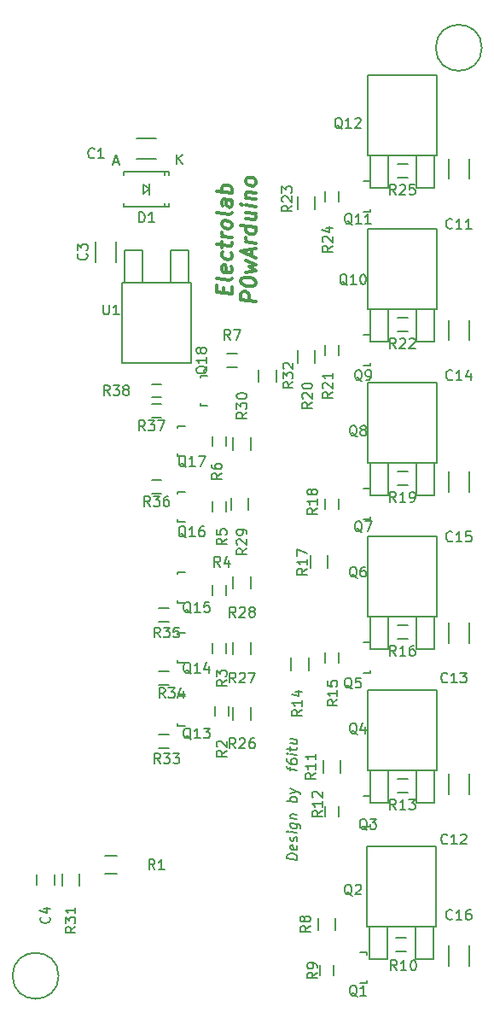
<source format=gbr>
G04 #@! TF.FileFunction,Legend,Top*
%FSLAX46Y46*%
G04 Gerber Fmt 4.6, Leading zero omitted, Abs format (unit mm)*
G04 Created by KiCad (PCBNEW 4.0.1-stable) date 03/04/2016 13:28:13*
%MOMM*%
G01*
G04 APERTURE LIST*
%ADD10C,0.100000*%
%ADD11C,0.200000*%
%ADD12C,0.300000*%
%ADD13C,0.150000*%
G04 APERTURE END LIST*
D10*
D11*
X141952381Y-144508930D02*
X140952381Y-144383930D01*
X140952381Y-144145835D01*
X141000000Y-144008929D01*
X141095238Y-143925596D01*
X141190476Y-143889881D01*
X141380952Y-143866072D01*
X141523810Y-143883929D01*
X141714286Y-143955358D01*
X141809524Y-144014881D01*
X141904762Y-144122024D01*
X141952381Y-144270835D01*
X141952381Y-144508930D01*
X141904762Y-143122024D02*
X141952381Y-143223215D01*
X141952381Y-143413692D01*
X141904762Y-143502977D01*
X141809524Y-143538691D01*
X141428571Y-143491072D01*
X141333333Y-143431549D01*
X141285714Y-143330358D01*
X141285714Y-143139881D01*
X141333333Y-143050596D01*
X141428571Y-143014881D01*
X141523810Y-143026786D01*
X141619048Y-143514882D01*
X141904762Y-142693453D02*
X141952381Y-142604168D01*
X141952381Y-142413692D01*
X141904762Y-142312500D01*
X141809524Y-142252976D01*
X141761905Y-142247024D01*
X141666667Y-142282738D01*
X141619048Y-142372025D01*
X141619048Y-142514882D01*
X141571429Y-142604168D01*
X141476190Y-142639882D01*
X141428571Y-142633929D01*
X141333333Y-142574406D01*
X141285714Y-142473215D01*
X141285714Y-142330358D01*
X141333333Y-142241072D01*
X141952381Y-141842263D02*
X141285714Y-141758929D01*
X140952381Y-141717263D02*
X141000000Y-141770834D01*
X141047619Y-141729167D01*
X141000000Y-141675596D01*
X140952381Y-141717263D01*
X141047619Y-141729167D01*
X141285714Y-140854167D02*
X142095238Y-140955358D01*
X142190476Y-141014882D01*
X142238095Y-141068453D01*
X142285714Y-141169644D01*
X142285714Y-141312501D01*
X142238095Y-141401787D01*
X141904762Y-140931548D02*
X141952381Y-141032739D01*
X141952381Y-141223216D01*
X141904762Y-141312501D01*
X141857143Y-141354168D01*
X141761905Y-141389882D01*
X141476190Y-141354168D01*
X141380952Y-141294644D01*
X141333333Y-141241073D01*
X141285714Y-141139882D01*
X141285714Y-140949405D01*
X141333333Y-140860120D01*
X141285714Y-140377977D02*
X141952381Y-140461311D01*
X141380952Y-140389882D02*
X141333333Y-140336311D01*
X141285714Y-140235120D01*
X141285714Y-140092262D01*
X141333333Y-140002977D01*
X141428571Y-139967262D01*
X141952381Y-140032739D01*
X141952381Y-138794644D02*
X140952381Y-138669644D01*
X141333333Y-138717263D02*
X141285714Y-138616072D01*
X141285714Y-138425595D01*
X141333333Y-138336310D01*
X141380952Y-138294643D01*
X141476190Y-138258929D01*
X141761905Y-138294643D01*
X141857143Y-138354167D01*
X141904762Y-138407738D01*
X141952381Y-138508929D01*
X141952381Y-138699406D01*
X141904762Y-138788691D01*
X141285714Y-137901786D02*
X141952381Y-137747025D01*
X141285714Y-137425595D02*
X141952381Y-137747025D01*
X142190476Y-137872025D01*
X142238095Y-137925596D01*
X142285714Y-138026786D01*
X141285714Y-135663690D02*
X141285714Y-135282738D01*
X141952381Y-135604167D02*
X141095238Y-135497024D01*
X141000000Y-135437500D01*
X140952381Y-135336310D01*
X140952381Y-135241072D01*
X140952381Y-134479166D02*
X140952381Y-134669643D01*
X141000000Y-134770833D01*
X141047619Y-134824404D01*
X141190476Y-134937499D01*
X141380952Y-135008928D01*
X141761905Y-135056547D01*
X141857143Y-135020833D01*
X141904762Y-134979166D01*
X141952381Y-134889881D01*
X141952381Y-134699404D01*
X141904762Y-134598213D01*
X141857143Y-134544642D01*
X141761905Y-134485118D01*
X141523810Y-134455356D01*
X141428571Y-134491070D01*
X141380952Y-134532737D01*
X141333333Y-134622023D01*
X141333333Y-134812500D01*
X141380952Y-134913690D01*
X141428571Y-134967261D01*
X141523810Y-135026785D01*
X141952381Y-134080357D02*
X141285714Y-133997023D01*
X140952381Y-133955357D02*
X141000000Y-134008928D01*
X141047619Y-133967261D01*
X141000000Y-133913690D01*
X140952381Y-133955357D01*
X141047619Y-133967261D01*
X141285714Y-133663690D02*
X141285714Y-133282738D01*
X140952381Y-133479167D02*
X141809524Y-133586309D01*
X141904762Y-133550595D01*
X141952381Y-133461310D01*
X141952381Y-133366072D01*
X141285714Y-132520832D02*
X141952381Y-132604166D01*
X141285714Y-132949404D02*
X141809524Y-133014880D01*
X141904762Y-132979166D01*
X141952381Y-132889881D01*
X141952381Y-132747023D01*
X141904762Y-132645832D01*
X141857143Y-132592261D01*
D12*
X134692857Y-88308035D02*
X134692857Y-87808035D01*
X135478571Y-87691963D02*
X135478571Y-88406249D01*
X133978571Y-88218749D01*
X133978571Y-87504463D01*
X135478571Y-86834820D02*
X135407143Y-86968750D01*
X135264286Y-87022321D01*
X133978571Y-86861606D01*
X135407143Y-85683036D02*
X135478571Y-85834821D01*
X135478571Y-86120535D01*
X135407143Y-86254464D01*
X135264286Y-86308036D01*
X134692857Y-86236607D01*
X134550000Y-86147321D01*
X134478571Y-85995535D01*
X134478571Y-85709821D01*
X134550000Y-85575893D01*
X134692857Y-85522321D01*
X134835714Y-85540178D01*
X134978571Y-86272321D01*
X135407143Y-84325893D02*
X135478571Y-84477678D01*
X135478571Y-84763392D01*
X135407143Y-84897322D01*
X135335714Y-84959821D01*
X135192857Y-85013393D01*
X134764286Y-84959822D01*
X134621429Y-84870536D01*
X134550000Y-84790179D01*
X134478571Y-84638392D01*
X134478571Y-84352678D01*
X134550000Y-84218750D01*
X134478571Y-83781250D02*
X134478571Y-83209821D01*
X133978571Y-83504464D02*
X135264286Y-83665179D01*
X135407143Y-83611608D01*
X135478571Y-83477678D01*
X135478571Y-83334821D01*
X135478571Y-82834821D02*
X134478571Y-82709821D01*
X134764286Y-82745536D02*
X134621429Y-82656251D01*
X134550000Y-82575893D01*
X134478571Y-82424107D01*
X134478571Y-82281250D01*
X135478571Y-81691964D02*
X135407143Y-81825894D01*
X135335714Y-81888393D01*
X135192857Y-81941965D01*
X134764286Y-81888394D01*
X134621429Y-81799108D01*
X134550000Y-81718751D01*
X134478571Y-81566964D01*
X134478571Y-81352679D01*
X134550000Y-81218751D01*
X134621429Y-81156251D01*
X134764286Y-81102679D01*
X135192857Y-81156250D01*
X135335714Y-81245536D01*
X135407143Y-81325894D01*
X135478571Y-81477679D01*
X135478571Y-81691964D01*
X135478571Y-80334821D02*
X135407143Y-80468751D01*
X135264286Y-80522322D01*
X133978571Y-80361607D01*
X135478571Y-79120536D02*
X134692857Y-79022322D01*
X134550000Y-79075894D01*
X134478571Y-79209822D01*
X134478571Y-79495536D01*
X134550000Y-79647322D01*
X135407143Y-79111608D02*
X135478571Y-79263393D01*
X135478571Y-79620536D01*
X135407143Y-79754465D01*
X135264286Y-79808037D01*
X135121429Y-79790180D01*
X134978571Y-79700893D01*
X134907143Y-79549108D01*
X134907143Y-79191965D01*
X134835714Y-79040179D01*
X135478571Y-78406250D02*
X133978571Y-78218750D01*
X134550000Y-78290179D02*
X134478571Y-78138393D01*
X134478571Y-77852679D01*
X134550000Y-77718751D01*
X134621429Y-77656251D01*
X134764286Y-77602679D01*
X135192857Y-77656250D01*
X135335714Y-77745536D01*
X135407143Y-77825894D01*
X135478571Y-77977679D01*
X135478571Y-78263393D01*
X135407143Y-78397322D01*
X137878571Y-89156249D02*
X136378571Y-88968749D01*
X136378571Y-88397321D01*
X136450000Y-88263392D01*
X136521429Y-88200893D01*
X136664286Y-88147321D01*
X136878571Y-88174106D01*
X137021429Y-88263393D01*
X137092857Y-88343749D01*
X137164286Y-88495536D01*
X137164286Y-89066964D01*
X136378571Y-87183035D02*
X136378571Y-87040178D01*
X136450000Y-86906250D01*
X136521429Y-86843750D01*
X136664286Y-86790178D01*
X136950000Y-86754464D01*
X137307143Y-86799107D01*
X137592857Y-86906249D01*
X137735714Y-86995535D01*
X137807143Y-87075893D01*
X137878571Y-87227678D01*
X137878571Y-87370535D01*
X137807143Y-87504464D01*
X137735714Y-87566964D01*
X137592857Y-87620535D01*
X137307143Y-87656250D01*
X136950000Y-87611607D01*
X136664286Y-87504464D01*
X136521429Y-87415179D01*
X136450000Y-87334821D01*
X136378571Y-87183035D01*
X136878571Y-86245535D02*
X137878571Y-86084821D01*
X137164286Y-85709822D01*
X137878571Y-85513392D01*
X136878571Y-85102678D01*
X137450000Y-84674107D02*
X137450000Y-83959821D01*
X137878571Y-84870535D02*
X136378571Y-84183035D01*
X137878571Y-83870535D01*
X137878571Y-83370535D02*
X136878571Y-83245535D01*
X137164286Y-83281250D02*
X137021429Y-83191965D01*
X136950000Y-83111607D01*
X136878571Y-82959821D01*
X136878571Y-82816964D01*
X137878571Y-81799107D02*
X136378571Y-81611607D01*
X137807143Y-81790179D02*
X137878571Y-81941964D01*
X137878571Y-82227678D01*
X137807143Y-82361608D01*
X137735714Y-82424107D01*
X137592857Y-82477679D01*
X137164286Y-82424108D01*
X137021429Y-82334822D01*
X136950000Y-82254465D01*
X136878571Y-82102678D01*
X136878571Y-81816964D01*
X136950000Y-81683036D01*
X136878571Y-80316964D02*
X137878571Y-80441964D01*
X136878571Y-80959821D02*
X137664286Y-81058036D01*
X137807143Y-81004465D01*
X137878571Y-80870535D01*
X137878571Y-80656250D01*
X137807143Y-80504465D01*
X137735714Y-80424107D01*
X137878571Y-79727678D02*
X136878571Y-79602678D01*
X136378571Y-79540178D02*
X136450000Y-79620536D01*
X136521429Y-79558036D01*
X136450000Y-79477679D01*
X136378571Y-79540178D01*
X136521429Y-79558036D01*
X136878571Y-78888392D02*
X137878571Y-79013392D01*
X137021429Y-78906250D02*
X136950000Y-78825893D01*
X136878571Y-78674106D01*
X136878571Y-78459821D01*
X136950000Y-78325893D01*
X137092857Y-78272321D01*
X137878571Y-78370535D01*
X137878571Y-77441963D02*
X137807143Y-77575893D01*
X137735714Y-77638392D01*
X137592857Y-77691964D01*
X137164286Y-77638393D01*
X137021429Y-77549107D01*
X136950000Y-77468750D01*
X136878571Y-77316963D01*
X136878571Y-77102678D01*
X136950000Y-76968750D01*
X137021429Y-76906250D01*
X137164286Y-76852678D01*
X137592857Y-76906249D01*
X137735714Y-76995535D01*
X137807143Y-77075893D01*
X137878571Y-77227678D01*
X137878571Y-77441963D01*
D13*
X126000000Y-75025000D02*
X128000000Y-75025000D01*
X128000000Y-72975000D02*
X126000000Y-72975000D01*
X121975000Y-83250000D02*
X121975000Y-85250000D01*
X124025000Y-85250000D02*
X124025000Y-83250000D01*
X117850000Y-147000000D02*
X117850000Y-146000000D01*
X116150000Y-146000000D02*
X116150000Y-147000000D01*
X148158200Y-153694180D02*
X148859240Y-153694180D01*
X148859240Y-153694180D02*
X148859240Y-153943100D01*
X148859240Y-156493160D02*
X148859240Y-156693820D01*
X148859240Y-156693820D02*
X148158200Y-156693820D01*
X153670000Y-151130000D02*
X153670000Y-154305000D01*
X153670000Y-154305000D02*
X155448000Y-154305000D01*
X155448000Y-154305000D02*
X155448000Y-151130000D01*
X149098000Y-151130000D02*
X149098000Y-154305000D01*
X149098000Y-154305000D02*
X150876000Y-154305000D01*
X150876000Y-154305000D02*
X150876000Y-151130000D01*
X155702000Y-145034000D02*
X155702000Y-151130000D01*
X155702000Y-151130000D02*
X148844000Y-151130000D01*
X148844000Y-151130000D02*
X148844000Y-143256000D01*
X148844000Y-143129000D02*
X155702000Y-143129000D01*
X155702000Y-143256000D02*
X155702000Y-145034000D01*
X148539200Y-138200180D02*
X149240240Y-138200180D01*
X149240240Y-138200180D02*
X149240240Y-138449100D01*
X149240240Y-140999160D02*
X149240240Y-141199820D01*
X149240240Y-141199820D02*
X148539200Y-141199820D01*
X153797000Y-135636000D02*
X153797000Y-138811000D01*
X153797000Y-138811000D02*
X155575000Y-138811000D01*
X155575000Y-138811000D02*
X155575000Y-135636000D01*
X149225000Y-135636000D02*
X149225000Y-138811000D01*
X149225000Y-138811000D02*
X151003000Y-138811000D01*
X151003000Y-138811000D02*
X151003000Y-135636000D01*
X155829000Y-129540000D02*
X155829000Y-135636000D01*
X155829000Y-135636000D02*
X148971000Y-135636000D01*
X148971000Y-135636000D02*
X148971000Y-127762000D01*
X148971000Y-127635000D02*
X155829000Y-127635000D01*
X155829000Y-127762000D02*
X155829000Y-129540000D01*
X148539200Y-122960180D02*
X149240240Y-122960180D01*
X149240240Y-122960180D02*
X149240240Y-123209100D01*
X149240240Y-125759160D02*
X149240240Y-125959820D01*
X149240240Y-125959820D02*
X148539200Y-125959820D01*
X153797000Y-120396000D02*
X153797000Y-123571000D01*
X153797000Y-123571000D02*
X155575000Y-123571000D01*
X155575000Y-123571000D02*
X155575000Y-120396000D01*
X149225000Y-120396000D02*
X149225000Y-123571000D01*
X149225000Y-123571000D02*
X151003000Y-123571000D01*
X151003000Y-123571000D02*
X151003000Y-120396000D01*
X155829000Y-114300000D02*
X155829000Y-120396000D01*
X155829000Y-120396000D02*
X148971000Y-120396000D01*
X148971000Y-120396000D02*
X148971000Y-112522000D01*
X148971000Y-112395000D02*
X155829000Y-112395000D01*
X155829000Y-112522000D02*
X155829000Y-114300000D01*
X148539200Y-107720180D02*
X149240240Y-107720180D01*
X149240240Y-107720180D02*
X149240240Y-107969100D01*
X149240240Y-110519160D02*
X149240240Y-110719820D01*
X149240240Y-110719820D02*
X148539200Y-110719820D01*
X153797000Y-105156000D02*
X153797000Y-108331000D01*
X153797000Y-108331000D02*
X155575000Y-108331000D01*
X155575000Y-108331000D02*
X155575000Y-105156000D01*
X149225000Y-105156000D02*
X149225000Y-108331000D01*
X149225000Y-108331000D02*
X151003000Y-108331000D01*
X151003000Y-108331000D02*
X151003000Y-105156000D01*
X155829000Y-99060000D02*
X155829000Y-105156000D01*
X155829000Y-105156000D02*
X148971000Y-105156000D01*
X148971000Y-105156000D02*
X148971000Y-97282000D01*
X148971000Y-97155000D02*
X155829000Y-97155000D01*
X155829000Y-97282000D02*
X155829000Y-99060000D01*
X148539200Y-92480180D02*
X149240240Y-92480180D01*
X149240240Y-92480180D02*
X149240240Y-92729100D01*
X149240240Y-95279160D02*
X149240240Y-95479820D01*
X149240240Y-95479820D02*
X148539200Y-95479820D01*
X153797000Y-89916000D02*
X153797000Y-93091000D01*
X153797000Y-93091000D02*
X155575000Y-93091000D01*
X155575000Y-93091000D02*
X155575000Y-89916000D01*
X149225000Y-89916000D02*
X149225000Y-93091000D01*
X149225000Y-93091000D02*
X151003000Y-93091000D01*
X151003000Y-93091000D02*
X151003000Y-89916000D01*
X155829000Y-83820000D02*
X155829000Y-89916000D01*
X155829000Y-89916000D02*
X148971000Y-89916000D01*
X148971000Y-89916000D02*
X148971000Y-82042000D01*
X148971000Y-81915000D02*
X155829000Y-81915000D01*
X155829000Y-82042000D02*
X155829000Y-83820000D01*
X148539200Y-77240180D02*
X149240240Y-77240180D01*
X149240240Y-77240180D02*
X149240240Y-77489100D01*
X149240240Y-80039160D02*
X149240240Y-80239820D01*
X149240240Y-80239820D02*
X148539200Y-80239820D01*
X153797000Y-74676000D02*
X153797000Y-77851000D01*
X153797000Y-77851000D02*
X155575000Y-77851000D01*
X155575000Y-77851000D02*
X155575000Y-74676000D01*
X149225000Y-74676000D02*
X149225000Y-77851000D01*
X149225000Y-77851000D02*
X151003000Y-77851000D01*
X151003000Y-77851000D02*
X151003000Y-74676000D01*
X155829000Y-68580000D02*
X155829000Y-74676000D01*
X155829000Y-74676000D02*
X148971000Y-74676000D01*
X148971000Y-74676000D02*
X148971000Y-66802000D01*
X148971000Y-66675000D02*
X155829000Y-66675000D01*
X155829000Y-66802000D02*
X155829000Y-68580000D01*
X126603000Y-87274000D02*
X126603000Y-84099000D01*
X126603000Y-84099000D02*
X124825000Y-84099000D01*
X124825000Y-84099000D02*
X124825000Y-87274000D01*
X131175000Y-87274000D02*
X131175000Y-84099000D01*
X131175000Y-84099000D02*
X129397000Y-84099000D01*
X129397000Y-84099000D02*
X129397000Y-87274000D01*
X124571000Y-93370000D02*
X124571000Y-87274000D01*
X124571000Y-87274000D02*
X131429000Y-87274000D01*
X131429000Y-87274000D02*
X131429000Y-95148000D01*
X131429000Y-95275000D02*
X124571000Y-95275000D01*
X124571000Y-95148000D02*
X124571000Y-93370000D01*
X127250000Y-78000000D02*
X126700000Y-78450000D01*
X126700000Y-78450000D02*
X126700000Y-77550000D01*
X126700000Y-77550000D02*
X127250000Y-78000000D01*
X127250000Y-78550000D02*
X127250000Y-77450000D01*
X128799140Y-76249940D02*
X128799140Y-76600460D01*
X128799140Y-79750060D02*
X128799140Y-79399540D01*
X124749560Y-76249940D02*
X124749560Y-76600460D01*
X129250440Y-76249940D02*
X129250440Y-76600460D01*
X129250440Y-79750060D02*
X129250440Y-79399540D01*
X124749560Y-79750060D02*
X124749560Y-79399540D01*
X129250440Y-76249940D02*
X124749560Y-76249940D01*
X129250440Y-79750060D02*
X124749560Y-79750060D01*
X146290000Y-134655000D02*
X146290000Y-135855000D01*
X144540000Y-135855000D02*
X144540000Y-134655000D01*
X144740000Y-140200000D02*
X144740000Y-139200000D01*
X146090000Y-139200000D02*
X146090000Y-140200000D01*
X151900000Y-136485000D02*
X152900000Y-136485000D01*
X152900000Y-137835000D02*
X151900000Y-137835000D01*
X141365000Y-125695000D02*
X141365000Y-124495000D01*
X143115000Y-124495000D02*
X143115000Y-125695000D01*
X144740000Y-124960000D02*
X144740000Y-123960000D01*
X146090000Y-123960000D02*
X146090000Y-124960000D01*
X151900000Y-121245000D02*
X152900000Y-121245000D01*
X152900000Y-122595000D02*
X151900000Y-122595000D01*
X143270000Y-115535000D02*
X143270000Y-114335000D01*
X145020000Y-114335000D02*
X145020000Y-115535000D01*
X144740000Y-109720000D02*
X144740000Y-108720000D01*
X146090000Y-108720000D02*
X146090000Y-109720000D01*
X151900000Y-106005000D02*
X152900000Y-106005000D01*
X152900000Y-107355000D02*
X151900000Y-107355000D01*
X142000000Y-95215000D02*
X142000000Y-94015000D01*
X143750000Y-94015000D02*
X143750000Y-95215000D01*
X144740000Y-94480000D02*
X144740000Y-93480000D01*
X146090000Y-93480000D02*
X146090000Y-94480000D01*
X151900000Y-90765000D02*
X152900000Y-90765000D01*
X152900000Y-92115000D02*
X151900000Y-92115000D01*
X142000000Y-79975000D02*
X142000000Y-78775000D01*
X143750000Y-78775000D02*
X143750000Y-79975000D01*
X144740000Y-79240000D02*
X144740000Y-78240000D01*
X146090000Y-78240000D02*
X146090000Y-79240000D01*
X151900000Y-75525000D02*
X152900000Y-75525000D01*
X152900000Y-76875000D02*
X151900000Y-76875000D01*
X120375000Y-145900000D02*
X120375000Y-147100000D01*
X118625000Y-147100000D02*
X118625000Y-145900000D01*
X122900000Y-144125000D02*
X124100000Y-144125000D01*
X124100000Y-145875000D02*
X122900000Y-145875000D01*
X145782000Y-150276000D02*
X145782000Y-151476000D01*
X144032000Y-151476000D02*
X144032000Y-150276000D01*
X144232000Y-155948000D02*
X144232000Y-154948000D01*
X145582000Y-154948000D02*
X145582000Y-155948000D01*
X151773000Y-152233000D02*
X152773000Y-152233000D01*
X152773000Y-153583000D02*
X151773000Y-153583000D01*
X130800800Y-131249820D02*
X130099760Y-131249820D01*
X130099760Y-131249820D02*
X130099760Y-131000900D01*
X130099760Y-128450840D02*
X130099760Y-128250180D01*
X130099760Y-128250180D02*
X130800800Y-128250180D01*
X130800800Y-124999820D02*
X130099760Y-124999820D01*
X130099760Y-124999820D02*
X130099760Y-124750900D01*
X130099760Y-122200840D02*
X130099760Y-122000180D01*
X130099760Y-122000180D02*
X130800800Y-122000180D01*
X130800800Y-118999820D02*
X130099760Y-118999820D01*
X130099760Y-118999820D02*
X130099760Y-118750900D01*
X130099760Y-116200840D02*
X130099760Y-116000180D01*
X130099760Y-116000180D02*
X130800800Y-116000180D01*
X130800800Y-110999820D02*
X130099760Y-110999820D01*
X130099760Y-110999820D02*
X130099760Y-110750900D01*
X130099760Y-108200840D02*
X130099760Y-108000180D01*
X130099760Y-108000180D02*
X130800800Y-108000180D01*
X130800800Y-104499820D02*
X130099760Y-104499820D01*
X130099760Y-104499820D02*
X130099760Y-104250900D01*
X130099760Y-101700840D02*
X130099760Y-101500180D01*
X130099760Y-101500180D02*
X130800800Y-101500180D01*
X133050800Y-99499820D02*
X132349760Y-99499820D01*
X132349760Y-99499820D02*
X132349760Y-99250900D01*
X132349760Y-96700840D02*
X132349760Y-96500180D01*
X132349760Y-96500180D02*
X133050800Y-96500180D01*
X135175000Y-129250000D02*
X135175000Y-130250000D01*
X133825000Y-130250000D02*
X133825000Y-129250000D01*
X134925000Y-123000000D02*
X134925000Y-124000000D01*
X133575000Y-124000000D02*
X133575000Y-123000000D01*
X134925000Y-117250000D02*
X134925000Y-118250000D01*
X133575000Y-118250000D02*
X133575000Y-117250000D01*
X134925000Y-109000000D02*
X134925000Y-110000000D01*
X133575000Y-110000000D02*
X133575000Y-109000000D01*
X134925000Y-102500000D02*
X134925000Y-103500000D01*
X133575000Y-103500000D02*
X133575000Y-102500000D01*
X135000000Y-94325000D02*
X136000000Y-94325000D01*
X136000000Y-95675000D02*
X135000000Y-95675000D01*
X137375000Y-129400000D02*
X137375000Y-130600000D01*
X135625000Y-130600000D02*
X135625000Y-129400000D01*
X137375000Y-122900000D02*
X137375000Y-124100000D01*
X135625000Y-124100000D02*
X135625000Y-122900000D01*
X137375000Y-116400000D02*
X137375000Y-117600000D01*
X135625000Y-117600000D02*
X135625000Y-116400000D01*
X137125000Y-108650000D02*
X137125000Y-109850000D01*
X135375000Y-109850000D02*
X135375000Y-108650000D01*
X137375000Y-102650000D02*
X137375000Y-103850000D01*
X135625000Y-103850000D02*
X135625000Y-102650000D01*
X138125000Y-97100000D02*
X138125000Y-95900000D01*
X139875000Y-95900000D02*
X139875000Y-97100000D01*
X129250000Y-133425000D02*
X128250000Y-133425000D01*
X128250000Y-132075000D02*
X129250000Y-132075000D01*
X129250000Y-127175000D02*
X128250000Y-127175000D01*
X128250000Y-125825000D02*
X129250000Y-125825000D01*
X129250000Y-120925000D02*
X128250000Y-120925000D01*
X128250000Y-119575000D02*
X129250000Y-119575000D01*
X128500000Y-108175000D02*
X127500000Y-108175000D01*
X127500000Y-106825000D02*
X128500000Y-106825000D01*
X128500000Y-100675000D02*
X127500000Y-100675000D01*
X127500000Y-99325000D02*
X128500000Y-99325000D01*
X128500000Y-98675000D02*
X127500000Y-98675000D01*
X127500000Y-97325000D02*
X128500000Y-97325000D01*
X160286000Y-64000000D02*
G75*
G03X160286000Y-64000000I-2286000J0D01*
G01*
X118286000Y-156000000D02*
G75*
G03X118286000Y-156000000I-2286000J0D01*
G01*
X159025000Y-77000000D02*
X159025000Y-75000000D01*
X156975000Y-75000000D02*
X156975000Y-77000000D01*
X159025000Y-138000000D02*
X159025000Y-136000000D01*
X156975000Y-136000000D02*
X156975000Y-138000000D01*
X159025000Y-123000000D02*
X159025000Y-121000000D01*
X156975000Y-121000000D02*
X156975000Y-123000000D01*
X159025000Y-93000000D02*
X159025000Y-91000000D01*
X156975000Y-91000000D02*
X156975000Y-93000000D01*
X159025000Y-108000000D02*
X159025000Y-106000000D01*
X156975000Y-106000000D02*
X156975000Y-108000000D01*
X159025000Y-155000000D02*
X159025000Y-153000000D01*
X156975000Y-153000000D02*
X156975000Y-155000000D01*
X121833334Y-74857143D02*
X121785715Y-74904762D01*
X121642858Y-74952381D01*
X121547620Y-74952381D01*
X121404762Y-74904762D01*
X121309524Y-74809524D01*
X121261905Y-74714286D01*
X121214286Y-74523810D01*
X121214286Y-74380952D01*
X121261905Y-74190476D01*
X121309524Y-74095238D01*
X121404762Y-74000000D01*
X121547620Y-73952381D01*
X121642858Y-73952381D01*
X121785715Y-74000000D01*
X121833334Y-74047619D01*
X122785715Y-74952381D02*
X122214286Y-74952381D01*
X122500000Y-74952381D02*
X122500000Y-73952381D01*
X122404762Y-74095238D01*
X122309524Y-74190476D01*
X122214286Y-74238095D01*
X121057143Y-84416666D02*
X121104762Y-84464285D01*
X121152381Y-84607142D01*
X121152381Y-84702380D01*
X121104762Y-84845238D01*
X121009524Y-84940476D01*
X120914286Y-84988095D01*
X120723810Y-85035714D01*
X120580952Y-85035714D01*
X120390476Y-84988095D01*
X120295238Y-84940476D01*
X120200000Y-84845238D01*
X120152381Y-84702380D01*
X120152381Y-84607142D01*
X120200000Y-84464285D01*
X120247619Y-84416666D01*
X120152381Y-84083333D02*
X120152381Y-83464285D01*
X120533333Y-83797619D01*
X120533333Y-83654761D01*
X120580952Y-83559523D01*
X120628571Y-83511904D01*
X120723810Y-83464285D01*
X120961905Y-83464285D01*
X121057143Y-83511904D01*
X121104762Y-83559523D01*
X121152381Y-83654761D01*
X121152381Y-83940476D01*
X121104762Y-84035714D01*
X121057143Y-84083333D01*
X117357143Y-150166666D02*
X117404762Y-150214285D01*
X117452381Y-150357142D01*
X117452381Y-150452380D01*
X117404762Y-150595238D01*
X117309524Y-150690476D01*
X117214286Y-150738095D01*
X117023810Y-150785714D01*
X116880952Y-150785714D01*
X116690476Y-150738095D01*
X116595238Y-150690476D01*
X116500000Y-150595238D01*
X116452381Y-150452380D01*
X116452381Y-150357142D01*
X116500000Y-150214285D01*
X116547619Y-150166666D01*
X116785714Y-149309523D02*
X117452381Y-149309523D01*
X116404762Y-149547619D02*
X117119048Y-149785714D01*
X117119048Y-149166666D01*
X147904762Y-158047619D02*
X147809524Y-158000000D01*
X147714286Y-157904762D01*
X147571429Y-157761905D01*
X147476190Y-157714286D01*
X147380952Y-157714286D01*
X147428571Y-157952381D02*
X147333333Y-157904762D01*
X147238095Y-157809524D01*
X147190476Y-157619048D01*
X147190476Y-157285714D01*
X147238095Y-157095238D01*
X147333333Y-157000000D01*
X147428571Y-156952381D01*
X147619048Y-156952381D01*
X147714286Y-157000000D01*
X147809524Y-157095238D01*
X147857143Y-157285714D01*
X147857143Y-157619048D01*
X147809524Y-157809524D01*
X147714286Y-157904762D01*
X147619048Y-157952381D01*
X147428571Y-157952381D01*
X148809524Y-157952381D02*
X148238095Y-157952381D01*
X148523809Y-157952381D02*
X148523809Y-156952381D01*
X148428571Y-157095238D01*
X148333333Y-157190476D01*
X148238095Y-157238095D01*
X147404762Y-148047619D02*
X147309524Y-148000000D01*
X147214286Y-147904762D01*
X147071429Y-147761905D01*
X146976190Y-147714286D01*
X146880952Y-147714286D01*
X146928571Y-147952381D02*
X146833333Y-147904762D01*
X146738095Y-147809524D01*
X146690476Y-147619048D01*
X146690476Y-147285714D01*
X146738095Y-147095238D01*
X146833333Y-147000000D01*
X146928571Y-146952381D01*
X147119048Y-146952381D01*
X147214286Y-147000000D01*
X147309524Y-147095238D01*
X147357143Y-147285714D01*
X147357143Y-147619048D01*
X147309524Y-147809524D01*
X147214286Y-147904762D01*
X147119048Y-147952381D01*
X146928571Y-147952381D01*
X147738095Y-147047619D02*
X147785714Y-147000000D01*
X147880952Y-146952381D01*
X148119048Y-146952381D01*
X148214286Y-147000000D01*
X148261905Y-147047619D01*
X148309524Y-147142857D01*
X148309524Y-147238095D01*
X148261905Y-147380952D01*
X147690476Y-147952381D01*
X148309524Y-147952381D01*
X148904762Y-141547619D02*
X148809524Y-141500000D01*
X148714286Y-141404762D01*
X148571429Y-141261905D01*
X148476190Y-141214286D01*
X148380952Y-141214286D01*
X148428571Y-141452381D02*
X148333333Y-141404762D01*
X148238095Y-141309524D01*
X148190476Y-141119048D01*
X148190476Y-140785714D01*
X148238095Y-140595238D01*
X148333333Y-140500000D01*
X148428571Y-140452381D01*
X148619048Y-140452381D01*
X148714286Y-140500000D01*
X148809524Y-140595238D01*
X148857143Y-140785714D01*
X148857143Y-141119048D01*
X148809524Y-141309524D01*
X148714286Y-141404762D01*
X148619048Y-141452381D01*
X148428571Y-141452381D01*
X149190476Y-140452381D02*
X149809524Y-140452381D01*
X149476190Y-140833333D01*
X149619048Y-140833333D01*
X149714286Y-140880952D01*
X149761905Y-140928571D01*
X149809524Y-141023810D01*
X149809524Y-141261905D01*
X149761905Y-141357143D01*
X149714286Y-141404762D01*
X149619048Y-141452381D01*
X149333333Y-141452381D01*
X149238095Y-141404762D01*
X149190476Y-141357143D01*
X147904762Y-132047619D02*
X147809524Y-132000000D01*
X147714286Y-131904762D01*
X147571429Y-131761905D01*
X147476190Y-131714286D01*
X147380952Y-131714286D01*
X147428571Y-131952381D02*
X147333333Y-131904762D01*
X147238095Y-131809524D01*
X147190476Y-131619048D01*
X147190476Y-131285714D01*
X147238095Y-131095238D01*
X147333333Y-131000000D01*
X147428571Y-130952381D01*
X147619048Y-130952381D01*
X147714286Y-131000000D01*
X147809524Y-131095238D01*
X147857143Y-131285714D01*
X147857143Y-131619048D01*
X147809524Y-131809524D01*
X147714286Y-131904762D01*
X147619048Y-131952381D01*
X147428571Y-131952381D01*
X148714286Y-131285714D02*
X148714286Y-131952381D01*
X148476190Y-130904762D02*
X148238095Y-131619048D01*
X148857143Y-131619048D01*
X147404762Y-127547619D02*
X147309524Y-127500000D01*
X147214286Y-127404762D01*
X147071429Y-127261905D01*
X146976190Y-127214286D01*
X146880952Y-127214286D01*
X146928571Y-127452381D02*
X146833333Y-127404762D01*
X146738095Y-127309524D01*
X146690476Y-127119048D01*
X146690476Y-126785714D01*
X146738095Y-126595238D01*
X146833333Y-126500000D01*
X146928571Y-126452381D01*
X147119048Y-126452381D01*
X147214286Y-126500000D01*
X147309524Y-126595238D01*
X147357143Y-126785714D01*
X147357143Y-127119048D01*
X147309524Y-127309524D01*
X147214286Y-127404762D01*
X147119048Y-127452381D01*
X146928571Y-127452381D01*
X148261905Y-126452381D02*
X147785714Y-126452381D01*
X147738095Y-126928571D01*
X147785714Y-126880952D01*
X147880952Y-126833333D01*
X148119048Y-126833333D01*
X148214286Y-126880952D01*
X148261905Y-126928571D01*
X148309524Y-127023810D01*
X148309524Y-127261905D01*
X148261905Y-127357143D01*
X148214286Y-127404762D01*
X148119048Y-127452381D01*
X147880952Y-127452381D01*
X147785714Y-127404762D01*
X147738095Y-127357143D01*
X147904762Y-116547619D02*
X147809524Y-116500000D01*
X147714286Y-116404762D01*
X147571429Y-116261905D01*
X147476190Y-116214286D01*
X147380952Y-116214286D01*
X147428571Y-116452381D02*
X147333333Y-116404762D01*
X147238095Y-116309524D01*
X147190476Y-116119048D01*
X147190476Y-115785714D01*
X147238095Y-115595238D01*
X147333333Y-115500000D01*
X147428571Y-115452381D01*
X147619048Y-115452381D01*
X147714286Y-115500000D01*
X147809524Y-115595238D01*
X147857143Y-115785714D01*
X147857143Y-116119048D01*
X147809524Y-116309524D01*
X147714286Y-116404762D01*
X147619048Y-116452381D01*
X147428571Y-116452381D01*
X148714286Y-115452381D02*
X148523809Y-115452381D01*
X148428571Y-115500000D01*
X148380952Y-115547619D01*
X148285714Y-115690476D01*
X148238095Y-115880952D01*
X148238095Y-116261905D01*
X148285714Y-116357143D01*
X148333333Y-116404762D01*
X148428571Y-116452381D01*
X148619048Y-116452381D01*
X148714286Y-116404762D01*
X148761905Y-116357143D01*
X148809524Y-116261905D01*
X148809524Y-116023810D01*
X148761905Y-115928571D01*
X148714286Y-115880952D01*
X148619048Y-115833333D01*
X148428571Y-115833333D01*
X148333333Y-115880952D01*
X148285714Y-115928571D01*
X148238095Y-116023810D01*
X148404762Y-112047619D02*
X148309524Y-112000000D01*
X148214286Y-111904762D01*
X148071429Y-111761905D01*
X147976190Y-111714286D01*
X147880952Y-111714286D01*
X147928571Y-111952381D02*
X147833333Y-111904762D01*
X147738095Y-111809524D01*
X147690476Y-111619048D01*
X147690476Y-111285714D01*
X147738095Y-111095238D01*
X147833333Y-111000000D01*
X147928571Y-110952381D01*
X148119048Y-110952381D01*
X148214286Y-111000000D01*
X148309524Y-111095238D01*
X148357143Y-111285714D01*
X148357143Y-111619048D01*
X148309524Y-111809524D01*
X148214286Y-111904762D01*
X148119048Y-111952381D01*
X147928571Y-111952381D01*
X148690476Y-110952381D02*
X149357143Y-110952381D01*
X148928571Y-111952381D01*
X147904762Y-102547619D02*
X147809524Y-102500000D01*
X147714286Y-102404762D01*
X147571429Y-102261905D01*
X147476190Y-102214286D01*
X147380952Y-102214286D01*
X147428571Y-102452381D02*
X147333333Y-102404762D01*
X147238095Y-102309524D01*
X147190476Y-102119048D01*
X147190476Y-101785714D01*
X147238095Y-101595238D01*
X147333333Y-101500000D01*
X147428571Y-101452381D01*
X147619048Y-101452381D01*
X147714286Y-101500000D01*
X147809524Y-101595238D01*
X147857143Y-101785714D01*
X147857143Y-102119048D01*
X147809524Y-102309524D01*
X147714286Y-102404762D01*
X147619048Y-102452381D01*
X147428571Y-102452381D01*
X148428571Y-101880952D02*
X148333333Y-101833333D01*
X148285714Y-101785714D01*
X148238095Y-101690476D01*
X148238095Y-101642857D01*
X148285714Y-101547619D01*
X148333333Y-101500000D01*
X148428571Y-101452381D01*
X148619048Y-101452381D01*
X148714286Y-101500000D01*
X148761905Y-101547619D01*
X148809524Y-101642857D01*
X148809524Y-101690476D01*
X148761905Y-101785714D01*
X148714286Y-101833333D01*
X148619048Y-101880952D01*
X148428571Y-101880952D01*
X148333333Y-101928571D01*
X148285714Y-101976190D01*
X148238095Y-102071429D01*
X148238095Y-102261905D01*
X148285714Y-102357143D01*
X148333333Y-102404762D01*
X148428571Y-102452381D01*
X148619048Y-102452381D01*
X148714286Y-102404762D01*
X148761905Y-102357143D01*
X148809524Y-102261905D01*
X148809524Y-102071429D01*
X148761905Y-101976190D01*
X148714286Y-101928571D01*
X148619048Y-101880952D01*
X148404762Y-97047619D02*
X148309524Y-97000000D01*
X148214286Y-96904762D01*
X148071429Y-96761905D01*
X147976190Y-96714286D01*
X147880952Y-96714286D01*
X147928571Y-96952381D02*
X147833333Y-96904762D01*
X147738095Y-96809524D01*
X147690476Y-96619048D01*
X147690476Y-96285714D01*
X147738095Y-96095238D01*
X147833333Y-96000000D01*
X147928571Y-95952381D01*
X148119048Y-95952381D01*
X148214286Y-96000000D01*
X148309524Y-96095238D01*
X148357143Y-96285714D01*
X148357143Y-96619048D01*
X148309524Y-96809524D01*
X148214286Y-96904762D01*
X148119048Y-96952381D01*
X147928571Y-96952381D01*
X148833333Y-96952381D02*
X149023809Y-96952381D01*
X149119048Y-96904762D01*
X149166667Y-96857143D01*
X149261905Y-96714286D01*
X149309524Y-96523810D01*
X149309524Y-96142857D01*
X149261905Y-96047619D01*
X149214286Y-96000000D01*
X149119048Y-95952381D01*
X148928571Y-95952381D01*
X148833333Y-96000000D01*
X148785714Y-96047619D01*
X148738095Y-96142857D01*
X148738095Y-96380952D01*
X148785714Y-96476190D01*
X148833333Y-96523810D01*
X148928571Y-96571429D01*
X149119048Y-96571429D01*
X149214286Y-96523810D01*
X149261905Y-96476190D01*
X149309524Y-96380952D01*
X146928572Y-87547619D02*
X146833334Y-87500000D01*
X146738096Y-87404762D01*
X146595239Y-87261905D01*
X146500000Y-87214286D01*
X146404762Y-87214286D01*
X146452381Y-87452381D02*
X146357143Y-87404762D01*
X146261905Y-87309524D01*
X146214286Y-87119048D01*
X146214286Y-86785714D01*
X146261905Y-86595238D01*
X146357143Y-86500000D01*
X146452381Y-86452381D01*
X146642858Y-86452381D01*
X146738096Y-86500000D01*
X146833334Y-86595238D01*
X146880953Y-86785714D01*
X146880953Y-87119048D01*
X146833334Y-87309524D01*
X146738096Y-87404762D01*
X146642858Y-87452381D01*
X146452381Y-87452381D01*
X147833334Y-87452381D02*
X147261905Y-87452381D01*
X147547619Y-87452381D02*
X147547619Y-86452381D01*
X147452381Y-86595238D01*
X147357143Y-86690476D01*
X147261905Y-86738095D01*
X148452381Y-86452381D02*
X148547620Y-86452381D01*
X148642858Y-86500000D01*
X148690477Y-86547619D01*
X148738096Y-86642857D01*
X148785715Y-86833333D01*
X148785715Y-87071429D01*
X148738096Y-87261905D01*
X148690477Y-87357143D01*
X148642858Y-87404762D01*
X148547620Y-87452381D01*
X148452381Y-87452381D01*
X148357143Y-87404762D01*
X148309524Y-87357143D01*
X148261905Y-87261905D01*
X148214286Y-87071429D01*
X148214286Y-86833333D01*
X148261905Y-86642857D01*
X148309524Y-86547619D01*
X148357143Y-86500000D01*
X148452381Y-86452381D01*
X147428572Y-81547619D02*
X147333334Y-81500000D01*
X147238096Y-81404762D01*
X147095239Y-81261905D01*
X147000000Y-81214286D01*
X146904762Y-81214286D01*
X146952381Y-81452381D02*
X146857143Y-81404762D01*
X146761905Y-81309524D01*
X146714286Y-81119048D01*
X146714286Y-80785714D01*
X146761905Y-80595238D01*
X146857143Y-80500000D01*
X146952381Y-80452381D01*
X147142858Y-80452381D01*
X147238096Y-80500000D01*
X147333334Y-80595238D01*
X147380953Y-80785714D01*
X147380953Y-81119048D01*
X147333334Y-81309524D01*
X147238096Y-81404762D01*
X147142858Y-81452381D01*
X146952381Y-81452381D01*
X148333334Y-81452381D02*
X147761905Y-81452381D01*
X148047619Y-81452381D02*
X148047619Y-80452381D01*
X147952381Y-80595238D01*
X147857143Y-80690476D01*
X147761905Y-80738095D01*
X149285715Y-81452381D02*
X148714286Y-81452381D01*
X149000000Y-81452381D02*
X149000000Y-80452381D01*
X148904762Y-80595238D01*
X148809524Y-80690476D01*
X148714286Y-80738095D01*
X146428572Y-72047619D02*
X146333334Y-72000000D01*
X146238096Y-71904762D01*
X146095239Y-71761905D01*
X146000000Y-71714286D01*
X145904762Y-71714286D01*
X145952381Y-71952381D02*
X145857143Y-71904762D01*
X145761905Y-71809524D01*
X145714286Y-71619048D01*
X145714286Y-71285714D01*
X145761905Y-71095238D01*
X145857143Y-71000000D01*
X145952381Y-70952381D01*
X146142858Y-70952381D01*
X146238096Y-71000000D01*
X146333334Y-71095238D01*
X146380953Y-71285714D01*
X146380953Y-71619048D01*
X146333334Y-71809524D01*
X146238096Y-71904762D01*
X146142858Y-71952381D01*
X145952381Y-71952381D01*
X147333334Y-71952381D02*
X146761905Y-71952381D01*
X147047619Y-71952381D02*
X147047619Y-70952381D01*
X146952381Y-71095238D01*
X146857143Y-71190476D01*
X146761905Y-71238095D01*
X147714286Y-71047619D02*
X147761905Y-71000000D01*
X147857143Y-70952381D01*
X148095239Y-70952381D01*
X148190477Y-71000000D01*
X148238096Y-71047619D01*
X148285715Y-71142857D01*
X148285715Y-71238095D01*
X148238096Y-71380952D01*
X147666667Y-71952381D01*
X148285715Y-71952381D01*
X122738095Y-89452381D02*
X122738095Y-90261905D01*
X122785714Y-90357143D01*
X122833333Y-90404762D01*
X122928571Y-90452381D01*
X123119048Y-90452381D01*
X123214286Y-90404762D01*
X123261905Y-90357143D01*
X123309524Y-90261905D01*
X123309524Y-89452381D01*
X124309524Y-90452381D02*
X123738095Y-90452381D01*
X124023809Y-90452381D02*
X124023809Y-89452381D01*
X123928571Y-89595238D01*
X123833333Y-89690476D01*
X123738095Y-89738095D01*
X126261905Y-81302381D02*
X126261905Y-80302381D01*
X126500000Y-80302381D01*
X126642858Y-80350000D01*
X126738096Y-80445238D01*
X126785715Y-80540476D01*
X126833334Y-80730952D01*
X126833334Y-80873810D01*
X126785715Y-81064286D01*
X126738096Y-81159524D01*
X126642858Y-81254762D01*
X126500000Y-81302381D01*
X126261905Y-81302381D01*
X127785715Y-81302381D02*
X127214286Y-81302381D01*
X127500000Y-81302381D02*
X127500000Y-80302381D01*
X127404762Y-80445238D01*
X127309524Y-80540476D01*
X127214286Y-80588095D01*
X129988095Y-75552381D02*
X129988095Y-74552381D01*
X130559524Y-75552381D02*
X130130952Y-74980952D01*
X130559524Y-74552381D02*
X129988095Y-75123810D01*
X123711905Y-75316667D02*
X124188096Y-75316667D01*
X123616667Y-75602381D02*
X123950000Y-74602381D01*
X124283334Y-75602381D01*
X143767381Y-135897857D02*
X143291190Y-136231191D01*
X143767381Y-136469286D02*
X142767381Y-136469286D01*
X142767381Y-136088333D01*
X142815000Y-135993095D01*
X142862619Y-135945476D01*
X142957857Y-135897857D01*
X143100714Y-135897857D01*
X143195952Y-135945476D01*
X143243571Y-135993095D01*
X143291190Y-136088333D01*
X143291190Y-136469286D01*
X143767381Y-134945476D02*
X143767381Y-135516905D01*
X143767381Y-135231191D02*
X142767381Y-135231191D01*
X142910238Y-135326429D01*
X143005476Y-135421667D01*
X143053095Y-135516905D01*
X143767381Y-133993095D02*
X143767381Y-134564524D01*
X143767381Y-134278810D02*
X142767381Y-134278810D01*
X142910238Y-134374048D01*
X143005476Y-134469286D01*
X143053095Y-134564524D01*
X144452381Y-139642857D02*
X143976190Y-139976191D01*
X144452381Y-140214286D02*
X143452381Y-140214286D01*
X143452381Y-139833333D01*
X143500000Y-139738095D01*
X143547619Y-139690476D01*
X143642857Y-139642857D01*
X143785714Y-139642857D01*
X143880952Y-139690476D01*
X143928571Y-139738095D01*
X143976190Y-139833333D01*
X143976190Y-140214286D01*
X144452381Y-138690476D02*
X144452381Y-139261905D01*
X144452381Y-138976191D02*
X143452381Y-138976191D01*
X143595238Y-139071429D01*
X143690476Y-139166667D01*
X143738095Y-139261905D01*
X143547619Y-138309524D02*
X143500000Y-138261905D01*
X143452381Y-138166667D01*
X143452381Y-137928571D01*
X143500000Y-137833333D01*
X143547619Y-137785714D01*
X143642857Y-137738095D01*
X143738095Y-137738095D01*
X143880952Y-137785714D01*
X144452381Y-138357143D01*
X144452381Y-137738095D01*
X151757143Y-139512381D02*
X151423809Y-139036190D01*
X151185714Y-139512381D02*
X151185714Y-138512381D01*
X151566667Y-138512381D01*
X151661905Y-138560000D01*
X151709524Y-138607619D01*
X151757143Y-138702857D01*
X151757143Y-138845714D01*
X151709524Y-138940952D01*
X151661905Y-138988571D01*
X151566667Y-139036190D01*
X151185714Y-139036190D01*
X152709524Y-139512381D02*
X152138095Y-139512381D01*
X152423809Y-139512381D02*
X152423809Y-138512381D01*
X152328571Y-138655238D01*
X152233333Y-138750476D01*
X152138095Y-138798095D01*
X153042857Y-138512381D02*
X153661905Y-138512381D01*
X153328571Y-138893333D01*
X153471429Y-138893333D01*
X153566667Y-138940952D01*
X153614286Y-138988571D01*
X153661905Y-139083810D01*
X153661905Y-139321905D01*
X153614286Y-139417143D01*
X153566667Y-139464762D01*
X153471429Y-139512381D01*
X153185714Y-139512381D01*
X153090476Y-139464762D01*
X153042857Y-139417143D01*
X142452381Y-129642857D02*
X141976190Y-129976191D01*
X142452381Y-130214286D02*
X141452381Y-130214286D01*
X141452381Y-129833333D01*
X141500000Y-129738095D01*
X141547619Y-129690476D01*
X141642857Y-129642857D01*
X141785714Y-129642857D01*
X141880952Y-129690476D01*
X141928571Y-129738095D01*
X141976190Y-129833333D01*
X141976190Y-130214286D01*
X142452381Y-128690476D02*
X142452381Y-129261905D01*
X142452381Y-128976191D02*
X141452381Y-128976191D01*
X141595238Y-129071429D01*
X141690476Y-129166667D01*
X141738095Y-129261905D01*
X141785714Y-127833333D02*
X142452381Y-127833333D01*
X141404762Y-128071429D02*
X142119048Y-128309524D01*
X142119048Y-127690476D01*
X145952381Y-128642857D02*
X145476190Y-128976191D01*
X145952381Y-129214286D02*
X144952381Y-129214286D01*
X144952381Y-128833333D01*
X145000000Y-128738095D01*
X145047619Y-128690476D01*
X145142857Y-128642857D01*
X145285714Y-128642857D01*
X145380952Y-128690476D01*
X145428571Y-128738095D01*
X145476190Y-128833333D01*
X145476190Y-129214286D01*
X145952381Y-127690476D02*
X145952381Y-128261905D01*
X145952381Y-127976191D02*
X144952381Y-127976191D01*
X145095238Y-128071429D01*
X145190476Y-128166667D01*
X145238095Y-128261905D01*
X144952381Y-126785714D02*
X144952381Y-127261905D01*
X145428571Y-127309524D01*
X145380952Y-127261905D01*
X145333333Y-127166667D01*
X145333333Y-126928571D01*
X145380952Y-126833333D01*
X145428571Y-126785714D01*
X145523810Y-126738095D01*
X145761905Y-126738095D01*
X145857143Y-126785714D01*
X145904762Y-126833333D01*
X145952381Y-126928571D01*
X145952381Y-127166667D01*
X145904762Y-127261905D01*
X145857143Y-127309524D01*
X151757143Y-124272381D02*
X151423809Y-123796190D01*
X151185714Y-124272381D02*
X151185714Y-123272381D01*
X151566667Y-123272381D01*
X151661905Y-123320000D01*
X151709524Y-123367619D01*
X151757143Y-123462857D01*
X151757143Y-123605714D01*
X151709524Y-123700952D01*
X151661905Y-123748571D01*
X151566667Y-123796190D01*
X151185714Y-123796190D01*
X152709524Y-124272381D02*
X152138095Y-124272381D01*
X152423809Y-124272381D02*
X152423809Y-123272381D01*
X152328571Y-123415238D01*
X152233333Y-123510476D01*
X152138095Y-123558095D01*
X153566667Y-123272381D02*
X153376190Y-123272381D01*
X153280952Y-123320000D01*
X153233333Y-123367619D01*
X153138095Y-123510476D01*
X153090476Y-123700952D01*
X153090476Y-124081905D01*
X153138095Y-124177143D01*
X153185714Y-124224762D01*
X153280952Y-124272381D01*
X153471429Y-124272381D01*
X153566667Y-124224762D01*
X153614286Y-124177143D01*
X153661905Y-124081905D01*
X153661905Y-123843810D01*
X153614286Y-123748571D01*
X153566667Y-123700952D01*
X153471429Y-123653333D01*
X153280952Y-123653333D01*
X153185714Y-123700952D01*
X153138095Y-123748571D01*
X153090476Y-123843810D01*
X142952381Y-115642857D02*
X142476190Y-115976191D01*
X142952381Y-116214286D02*
X141952381Y-116214286D01*
X141952381Y-115833333D01*
X142000000Y-115738095D01*
X142047619Y-115690476D01*
X142142857Y-115642857D01*
X142285714Y-115642857D01*
X142380952Y-115690476D01*
X142428571Y-115738095D01*
X142476190Y-115833333D01*
X142476190Y-116214286D01*
X142952381Y-114690476D02*
X142952381Y-115261905D01*
X142952381Y-114976191D02*
X141952381Y-114976191D01*
X142095238Y-115071429D01*
X142190476Y-115166667D01*
X142238095Y-115261905D01*
X141952381Y-114357143D02*
X141952381Y-113690476D01*
X142952381Y-114119048D01*
X143952381Y-109642857D02*
X143476190Y-109976191D01*
X143952381Y-110214286D02*
X142952381Y-110214286D01*
X142952381Y-109833333D01*
X143000000Y-109738095D01*
X143047619Y-109690476D01*
X143142857Y-109642857D01*
X143285714Y-109642857D01*
X143380952Y-109690476D01*
X143428571Y-109738095D01*
X143476190Y-109833333D01*
X143476190Y-110214286D01*
X143952381Y-108690476D02*
X143952381Y-109261905D01*
X143952381Y-108976191D02*
X142952381Y-108976191D01*
X143095238Y-109071429D01*
X143190476Y-109166667D01*
X143238095Y-109261905D01*
X143380952Y-108119048D02*
X143333333Y-108214286D01*
X143285714Y-108261905D01*
X143190476Y-108309524D01*
X143142857Y-108309524D01*
X143047619Y-108261905D01*
X143000000Y-108214286D01*
X142952381Y-108119048D01*
X142952381Y-107928571D01*
X143000000Y-107833333D01*
X143047619Y-107785714D01*
X143142857Y-107738095D01*
X143190476Y-107738095D01*
X143285714Y-107785714D01*
X143333333Y-107833333D01*
X143380952Y-107928571D01*
X143380952Y-108119048D01*
X143428571Y-108214286D01*
X143476190Y-108261905D01*
X143571429Y-108309524D01*
X143761905Y-108309524D01*
X143857143Y-108261905D01*
X143904762Y-108214286D01*
X143952381Y-108119048D01*
X143952381Y-107928571D01*
X143904762Y-107833333D01*
X143857143Y-107785714D01*
X143761905Y-107738095D01*
X143571429Y-107738095D01*
X143476190Y-107785714D01*
X143428571Y-107833333D01*
X143380952Y-107928571D01*
X151757143Y-109032381D02*
X151423809Y-108556190D01*
X151185714Y-109032381D02*
X151185714Y-108032381D01*
X151566667Y-108032381D01*
X151661905Y-108080000D01*
X151709524Y-108127619D01*
X151757143Y-108222857D01*
X151757143Y-108365714D01*
X151709524Y-108460952D01*
X151661905Y-108508571D01*
X151566667Y-108556190D01*
X151185714Y-108556190D01*
X152709524Y-109032381D02*
X152138095Y-109032381D01*
X152423809Y-109032381D02*
X152423809Y-108032381D01*
X152328571Y-108175238D01*
X152233333Y-108270476D01*
X152138095Y-108318095D01*
X153185714Y-109032381D02*
X153376190Y-109032381D01*
X153471429Y-108984762D01*
X153519048Y-108937143D01*
X153614286Y-108794286D01*
X153661905Y-108603810D01*
X153661905Y-108222857D01*
X153614286Y-108127619D01*
X153566667Y-108080000D01*
X153471429Y-108032381D01*
X153280952Y-108032381D01*
X153185714Y-108080000D01*
X153138095Y-108127619D01*
X153090476Y-108222857D01*
X153090476Y-108460952D01*
X153138095Y-108556190D01*
X153185714Y-108603810D01*
X153280952Y-108651429D01*
X153471429Y-108651429D01*
X153566667Y-108603810D01*
X153614286Y-108556190D01*
X153661905Y-108460952D01*
X143452381Y-99142857D02*
X142976190Y-99476191D01*
X143452381Y-99714286D02*
X142452381Y-99714286D01*
X142452381Y-99333333D01*
X142500000Y-99238095D01*
X142547619Y-99190476D01*
X142642857Y-99142857D01*
X142785714Y-99142857D01*
X142880952Y-99190476D01*
X142928571Y-99238095D01*
X142976190Y-99333333D01*
X142976190Y-99714286D01*
X142547619Y-98761905D02*
X142500000Y-98714286D01*
X142452381Y-98619048D01*
X142452381Y-98380952D01*
X142500000Y-98285714D01*
X142547619Y-98238095D01*
X142642857Y-98190476D01*
X142738095Y-98190476D01*
X142880952Y-98238095D01*
X143452381Y-98809524D01*
X143452381Y-98190476D01*
X142452381Y-97571429D02*
X142452381Y-97476190D01*
X142500000Y-97380952D01*
X142547619Y-97333333D01*
X142642857Y-97285714D01*
X142833333Y-97238095D01*
X143071429Y-97238095D01*
X143261905Y-97285714D01*
X143357143Y-97333333D01*
X143404762Y-97380952D01*
X143452381Y-97476190D01*
X143452381Y-97571429D01*
X143404762Y-97666667D01*
X143357143Y-97714286D01*
X143261905Y-97761905D01*
X143071429Y-97809524D01*
X142833333Y-97809524D01*
X142642857Y-97761905D01*
X142547619Y-97714286D01*
X142500000Y-97666667D01*
X142452381Y-97571429D01*
X145452381Y-98142857D02*
X144976190Y-98476191D01*
X145452381Y-98714286D02*
X144452381Y-98714286D01*
X144452381Y-98333333D01*
X144500000Y-98238095D01*
X144547619Y-98190476D01*
X144642857Y-98142857D01*
X144785714Y-98142857D01*
X144880952Y-98190476D01*
X144928571Y-98238095D01*
X144976190Y-98333333D01*
X144976190Y-98714286D01*
X144547619Y-97761905D02*
X144500000Y-97714286D01*
X144452381Y-97619048D01*
X144452381Y-97380952D01*
X144500000Y-97285714D01*
X144547619Y-97238095D01*
X144642857Y-97190476D01*
X144738095Y-97190476D01*
X144880952Y-97238095D01*
X145452381Y-97809524D01*
X145452381Y-97190476D01*
X145452381Y-96238095D02*
X145452381Y-96809524D01*
X145452381Y-96523810D02*
X144452381Y-96523810D01*
X144595238Y-96619048D01*
X144690476Y-96714286D01*
X144738095Y-96809524D01*
X151757143Y-93792381D02*
X151423809Y-93316190D01*
X151185714Y-93792381D02*
X151185714Y-92792381D01*
X151566667Y-92792381D01*
X151661905Y-92840000D01*
X151709524Y-92887619D01*
X151757143Y-92982857D01*
X151757143Y-93125714D01*
X151709524Y-93220952D01*
X151661905Y-93268571D01*
X151566667Y-93316190D01*
X151185714Y-93316190D01*
X152138095Y-92887619D02*
X152185714Y-92840000D01*
X152280952Y-92792381D01*
X152519048Y-92792381D01*
X152614286Y-92840000D01*
X152661905Y-92887619D01*
X152709524Y-92982857D01*
X152709524Y-93078095D01*
X152661905Y-93220952D01*
X152090476Y-93792381D01*
X152709524Y-93792381D01*
X153090476Y-92887619D02*
X153138095Y-92840000D01*
X153233333Y-92792381D01*
X153471429Y-92792381D01*
X153566667Y-92840000D01*
X153614286Y-92887619D01*
X153661905Y-92982857D01*
X153661905Y-93078095D01*
X153614286Y-93220952D01*
X153042857Y-93792381D01*
X153661905Y-93792381D01*
X141452381Y-79642857D02*
X140976190Y-79976191D01*
X141452381Y-80214286D02*
X140452381Y-80214286D01*
X140452381Y-79833333D01*
X140500000Y-79738095D01*
X140547619Y-79690476D01*
X140642857Y-79642857D01*
X140785714Y-79642857D01*
X140880952Y-79690476D01*
X140928571Y-79738095D01*
X140976190Y-79833333D01*
X140976190Y-80214286D01*
X140547619Y-79261905D02*
X140500000Y-79214286D01*
X140452381Y-79119048D01*
X140452381Y-78880952D01*
X140500000Y-78785714D01*
X140547619Y-78738095D01*
X140642857Y-78690476D01*
X140738095Y-78690476D01*
X140880952Y-78738095D01*
X141452381Y-79309524D01*
X141452381Y-78690476D01*
X140452381Y-78357143D02*
X140452381Y-77738095D01*
X140833333Y-78071429D01*
X140833333Y-77928571D01*
X140880952Y-77833333D01*
X140928571Y-77785714D01*
X141023810Y-77738095D01*
X141261905Y-77738095D01*
X141357143Y-77785714D01*
X141404762Y-77833333D01*
X141452381Y-77928571D01*
X141452381Y-78214286D01*
X141404762Y-78309524D01*
X141357143Y-78357143D01*
X145452381Y-83642857D02*
X144976190Y-83976191D01*
X145452381Y-84214286D02*
X144452381Y-84214286D01*
X144452381Y-83833333D01*
X144500000Y-83738095D01*
X144547619Y-83690476D01*
X144642857Y-83642857D01*
X144785714Y-83642857D01*
X144880952Y-83690476D01*
X144928571Y-83738095D01*
X144976190Y-83833333D01*
X144976190Y-84214286D01*
X144547619Y-83261905D02*
X144500000Y-83214286D01*
X144452381Y-83119048D01*
X144452381Y-82880952D01*
X144500000Y-82785714D01*
X144547619Y-82738095D01*
X144642857Y-82690476D01*
X144738095Y-82690476D01*
X144880952Y-82738095D01*
X145452381Y-83309524D01*
X145452381Y-82690476D01*
X144785714Y-81833333D02*
X145452381Y-81833333D01*
X144404762Y-82071429D02*
X145119048Y-82309524D01*
X145119048Y-81690476D01*
X151757143Y-78552381D02*
X151423809Y-78076190D01*
X151185714Y-78552381D02*
X151185714Y-77552381D01*
X151566667Y-77552381D01*
X151661905Y-77600000D01*
X151709524Y-77647619D01*
X151757143Y-77742857D01*
X151757143Y-77885714D01*
X151709524Y-77980952D01*
X151661905Y-78028571D01*
X151566667Y-78076190D01*
X151185714Y-78076190D01*
X152138095Y-77647619D02*
X152185714Y-77600000D01*
X152280952Y-77552381D01*
X152519048Y-77552381D01*
X152614286Y-77600000D01*
X152661905Y-77647619D01*
X152709524Y-77742857D01*
X152709524Y-77838095D01*
X152661905Y-77980952D01*
X152090476Y-78552381D01*
X152709524Y-78552381D01*
X153614286Y-77552381D02*
X153138095Y-77552381D01*
X153090476Y-78028571D01*
X153138095Y-77980952D01*
X153233333Y-77933333D01*
X153471429Y-77933333D01*
X153566667Y-77980952D01*
X153614286Y-78028571D01*
X153661905Y-78123810D01*
X153661905Y-78361905D01*
X153614286Y-78457143D01*
X153566667Y-78504762D01*
X153471429Y-78552381D01*
X153233333Y-78552381D01*
X153138095Y-78504762D01*
X153090476Y-78457143D01*
X119952381Y-151142857D02*
X119476190Y-151476191D01*
X119952381Y-151714286D02*
X118952381Y-151714286D01*
X118952381Y-151333333D01*
X119000000Y-151238095D01*
X119047619Y-151190476D01*
X119142857Y-151142857D01*
X119285714Y-151142857D01*
X119380952Y-151190476D01*
X119428571Y-151238095D01*
X119476190Y-151333333D01*
X119476190Y-151714286D01*
X118952381Y-150809524D02*
X118952381Y-150190476D01*
X119333333Y-150523810D01*
X119333333Y-150380952D01*
X119380952Y-150285714D01*
X119428571Y-150238095D01*
X119523810Y-150190476D01*
X119761905Y-150190476D01*
X119857143Y-150238095D01*
X119904762Y-150285714D01*
X119952381Y-150380952D01*
X119952381Y-150666667D01*
X119904762Y-150761905D01*
X119857143Y-150809524D01*
X119952381Y-149238095D02*
X119952381Y-149809524D01*
X119952381Y-149523810D02*
X118952381Y-149523810D01*
X119095238Y-149619048D01*
X119190476Y-149714286D01*
X119238095Y-149809524D01*
X127833334Y-145452381D02*
X127500000Y-144976190D01*
X127261905Y-145452381D02*
X127261905Y-144452381D01*
X127642858Y-144452381D01*
X127738096Y-144500000D01*
X127785715Y-144547619D01*
X127833334Y-144642857D01*
X127833334Y-144785714D01*
X127785715Y-144880952D01*
X127738096Y-144928571D01*
X127642858Y-144976190D01*
X127261905Y-144976190D01*
X128785715Y-145452381D02*
X128214286Y-145452381D01*
X128500000Y-145452381D02*
X128500000Y-144452381D01*
X128404762Y-144595238D01*
X128309524Y-144690476D01*
X128214286Y-144738095D01*
X143259381Y-151042666D02*
X142783190Y-151376000D01*
X143259381Y-151614095D02*
X142259381Y-151614095D01*
X142259381Y-151233142D01*
X142307000Y-151137904D01*
X142354619Y-151090285D01*
X142449857Y-151042666D01*
X142592714Y-151042666D01*
X142687952Y-151090285D01*
X142735571Y-151137904D01*
X142783190Y-151233142D01*
X142783190Y-151614095D01*
X142687952Y-150471238D02*
X142640333Y-150566476D01*
X142592714Y-150614095D01*
X142497476Y-150661714D01*
X142449857Y-150661714D01*
X142354619Y-150614095D01*
X142307000Y-150566476D01*
X142259381Y-150471238D01*
X142259381Y-150280761D01*
X142307000Y-150185523D01*
X142354619Y-150137904D01*
X142449857Y-150090285D01*
X142497476Y-150090285D01*
X142592714Y-150137904D01*
X142640333Y-150185523D01*
X142687952Y-150280761D01*
X142687952Y-150471238D01*
X142735571Y-150566476D01*
X142783190Y-150614095D01*
X142878429Y-150661714D01*
X143068905Y-150661714D01*
X143164143Y-150614095D01*
X143211762Y-150566476D01*
X143259381Y-150471238D01*
X143259381Y-150280761D01*
X143211762Y-150185523D01*
X143164143Y-150137904D01*
X143068905Y-150090285D01*
X142878429Y-150090285D01*
X142783190Y-150137904D01*
X142735571Y-150185523D01*
X142687952Y-150280761D01*
X143952381Y-155666666D02*
X143476190Y-156000000D01*
X143952381Y-156238095D02*
X142952381Y-156238095D01*
X142952381Y-155857142D01*
X143000000Y-155761904D01*
X143047619Y-155714285D01*
X143142857Y-155666666D01*
X143285714Y-155666666D01*
X143380952Y-155714285D01*
X143428571Y-155761904D01*
X143476190Y-155857142D01*
X143476190Y-156238095D01*
X143952381Y-155190476D02*
X143952381Y-155000000D01*
X143904762Y-154904761D01*
X143857143Y-154857142D01*
X143714286Y-154761904D01*
X143523810Y-154714285D01*
X143142857Y-154714285D01*
X143047619Y-154761904D01*
X143000000Y-154809523D01*
X142952381Y-154904761D01*
X142952381Y-155095238D01*
X143000000Y-155190476D01*
X143047619Y-155238095D01*
X143142857Y-155285714D01*
X143380952Y-155285714D01*
X143476190Y-155238095D01*
X143523810Y-155190476D01*
X143571429Y-155095238D01*
X143571429Y-154904761D01*
X143523810Y-154809523D01*
X143476190Y-154761904D01*
X143380952Y-154714285D01*
X151857143Y-155452381D02*
X151523809Y-154976190D01*
X151285714Y-155452381D02*
X151285714Y-154452381D01*
X151666667Y-154452381D01*
X151761905Y-154500000D01*
X151809524Y-154547619D01*
X151857143Y-154642857D01*
X151857143Y-154785714D01*
X151809524Y-154880952D01*
X151761905Y-154928571D01*
X151666667Y-154976190D01*
X151285714Y-154976190D01*
X152809524Y-155452381D02*
X152238095Y-155452381D01*
X152523809Y-155452381D02*
X152523809Y-154452381D01*
X152428571Y-154595238D01*
X152333333Y-154690476D01*
X152238095Y-154738095D01*
X153428571Y-154452381D02*
X153523810Y-154452381D01*
X153619048Y-154500000D01*
X153666667Y-154547619D01*
X153714286Y-154642857D01*
X153761905Y-154833333D01*
X153761905Y-155071429D01*
X153714286Y-155261905D01*
X153666667Y-155357143D01*
X153619048Y-155404762D01*
X153523810Y-155452381D01*
X153428571Y-155452381D01*
X153333333Y-155404762D01*
X153285714Y-155357143D01*
X153238095Y-155261905D01*
X153190476Y-155071429D01*
X153190476Y-154833333D01*
X153238095Y-154642857D01*
X153285714Y-154547619D01*
X153333333Y-154500000D01*
X153428571Y-154452381D01*
X131428572Y-132547619D02*
X131333334Y-132500000D01*
X131238096Y-132404762D01*
X131095239Y-132261905D01*
X131000000Y-132214286D01*
X130904762Y-132214286D01*
X130952381Y-132452381D02*
X130857143Y-132404762D01*
X130761905Y-132309524D01*
X130714286Y-132119048D01*
X130714286Y-131785714D01*
X130761905Y-131595238D01*
X130857143Y-131500000D01*
X130952381Y-131452381D01*
X131142858Y-131452381D01*
X131238096Y-131500000D01*
X131333334Y-131595238D01*
X131380953Y-131785714D01*
X131380953Y-132119048D01*
X131333334Y-132309524D01*
X131238096Y-132404762D01*
X131142858Y-132452381D01*
X130952381Y-132452381D01*
X132333334Y-132452381D02*
X131761905Y-132452381D01*
X132047619Y-132452381D02*
X132047619Y-131452381D01*
X131952381Y-131595238D01*
X131857143Y-131690476D01*
X131761905Y-131738095D01*
X132666667Y-131452381D02*
X133285715Y-131452381D01*
X132952381Y-131833333D01*
X133095239Y-131833333D01*
X133190477Y-131880952D01*
X133238096Y-131928571D01*
X133285715Y-132023810D01*
X133285715Y-132261905D01*
X133238096Y-132357143D01*
X133190477Y-132404762D01*
X133095239Y-132452381D01*
X132809524Y-132452381D01*
X132714286Y-132404762D01*
X132666667Y-132357143D01*
X131428572Y-126047619D02*
X131333334Y-126000000D01*
X131238096Y-125904762D01*
X131095239Y-125761905D01*
X131000000Y-125714286D01*
X130904762Y-125714286D01*
X130952381Y-125952381D02*
X130857143Y-125904762D01*
X130761905Y-125809524D01*
X130714286Y-125619048D01*
X130714286Y-125285714D01*
X130761905Y-125095238D01*
X130857143Y-125000000D01*
X130952381Y-124952381D01*
X131142858Y-124952381D01*
X131238096Y-125000000D01*
X131333334Y-125095238D01*
X131380953Y-125285714D01*
X131380953Y-125619048D01*
X131333334Y-125809524D01*
X131238096Y-125904762D01*
X131142858Y-125952381D01*
X130952381Y-125952381D01*
X132333334Y-125952381D02*
X131761905Y-125952381D01*
X132047619Y-125952381D02*
X132047619Y-124952381D01*
X131952381Y-125095238D01*
X131857143Y-125190476D01*
X131761905Y-125238095D01*
X133190477Y-125285714D02*
X133190477Y-125952381D01*
X132952381Y-124904762D02*
X132714286Y-125619048D01*
X133333334Y-125619048D01*
X131428572Y-120047619D02*
X131333334Y-120000000D01*
X131238096Y-119904762D01*
X131095239Y-119761905D01*
X131000000Y-119714286D01*
X130904762Y-119714286D01*
X130952381Y-119952381D02*
X130857143Y-119904762D01*
X130761905Y-119809524D01*
X130714286Y-119619048D01*
X130714286Y-119285714D01*
X130761905Y-119095238D01*
X130857143Y-119000000D01*
X130952381Y-118952381D01*
X131142858Y-118952381D01*
X131238096Y-119000000D01*
X131333334Y-119095238D01*
X131380953Y-119285714D01*
X131380953Y-119619048D01*
X131333334Y-119809524D01*
X131238096Y-119904762D01*
X131142858Y-119952381D01*
X130952381Y-119952381D01*
X132333334Y-119952381D02*
X131761905Y-119952381D01*
X132047619Y-119952381D02*
X132047619Y-118952381D01*
X131952381Y-119095238D01*
X131857143Y-119190476D01*
X131761905Y-119238095D01*
X133238096Y-118952381D02*
X132761905Y-118952381D01*
X132714286Y-119428571D01*
X132761905Y-119380952D01*
X132857143Y-119333333D01*
X133095239Y-119333333D01*
X133190477Y-119380952D01*
X133238096Y-119428571D01*
X133285715Y-119523810D01*
X133285715Y-119761905D01*
X133238096Y-119857143D01*
X133190477Y-119904762D01*
X133095239Y-119952381D01*
X132857143Y-119952381D01*
X132761905Y-119904762D01*
X132714286Y-119857143D01*
X130928572Y-112547619D02*
X130833334Y-112500000D01*
X130738096Y-112404762D01*
X130595239Y-112261905D01*
X130500000Y-112214286D01*
X130404762Y-112214286D01*
X130452381Y-112452381D02*
X130357143Y-112404762D01*
X130261905Y-112309524D01*
X130214286Y-112119048D01*
X130214286Y-111785714D01*
X130261905Y-111595238D01*
X130357143Y-111500000D01*
X130452381Y-111452381D01*
X130642858Y-111452381D01*
X130738096Y-111500000D01*
X130833334Y-111595238D01*
X130880953Y-111785714D01*
X130880953Y-112119048D01*
X130833334Y-112309524D01*
X130738096Y-112404762D01*
X130642858Y-112452381D01*
X130452381Y-112452381D01*
X131833334Y-112452381D02*
X131261905Y-112452381D01*
X131547619Y-112452381D02*
X131547619Y-111452381D01*
X131452381Y-111595238D01*
X131357143Y-111690476D01*
X131261905Y-111738095D01*
X132690477Y-111452381D02*
X132500000Y-111452381D01*
X132404762Y-111500000D01*
X132357143Y-111547619D01*
X132261905Y-111690476D01*
X132214286Y-111880952D01*
X132214286Y-112261905D01*
X132261905Y-112357143D01*
X132309524Y-112404762D01*
X132404762Y-112452381D01*
X132595239Y-112452381D01*
X132690477Y-112404762D01*
X132738096Y-112357143D01*
X132785715Y-112261905D01*
X132785715Y-112023810D01*
X132738096Y-111928571D01*
X132690477Y-111880952D01*
X132595239Y-111833333D01*
X132404762Y-111833333D01*
X132309524Y-111880952D01*
X132261905Y-111928571D01*
X132214286Y-112023810D01*
X130928572Y-105547619D02*
X130833334Y-105500000D01*
X130738096Y-105404762D01*
X130595239Y-105261905D01*
X130500000Y-105214286D01*
X130404762Y-105214286D01*
X130452381Y-105452381D02*
X130357143Y-105404762D01*
X130261905Y-105309524D01*
X130214286Y-105119048D01*
X130214286Y-104785714D01*
X130261905Y-104595238D01*
X130357143Y-104500000D01*
X130452381Y-104452381D01*
X130642858Y-104452381D01*
X130738096Y-104500000D01*
X130833334Y-104595238D01*
X130880953Y-104785714D01*
X130880953Y-105119048D01*
X130833334Y-105309524D01*
X130738096Y-105404762D01*
X130642858Y-105452381D01*
X130452381Y-105452381D01*
X131833334Y-105452381D02*
X131261905Y-105452381D01*
X131547619Y-105452381D02*
X131547619Y-104452381D01*
X131452381Y-104595238D01*
X131357143Y-104690476D01*
X131261905Y-104738095D01*
X132166667Y-104452381D02*
X132833334Y-104452381D01*
X132404762Y-105452381D01*
X133047619Y-95571428D02*
X133000000Y-95666666D01*
X132904762Y-95761904D01*
X132761905Y-95904761D01*
X132714286Y-96000000D01*
X132714286Y-96095238D01*
X132952381Y-96047619D02*
X132904762Y-96142857D01*
X132809524Y-96238095D01*
X132619048Y-96285714D01*
X132285714Y-96285714D01*
X132095238Y-96238095D01*
X132000000Y-96142857D01*
X131952381Y-96047619D01*
X131952381Y-95857142D01*
X132000000Y-95761904D01*
X132095238Y-95666666D01*
X132285714Y-95619047D01*
X132619048Y-95619047D01*
X132809524Y-95666666D01*
X132904762Y-95761904D01*
X132952381Y-95857142D01*
X132952381Y-96047619D01*
X132952381Y-94666666D02*
X132952381Y-95238095D01*
X132952381Y-94952381D02*
X131952381Y-94952381D01*
X132095238Y-95047619D01*
X132190476Y-95142857D01*
X132238095Y-95238095D01*
X132380952Y-94095238D02*
X132333333Y-94190476D01*
X132285714Y-94238095D01*
X132190476Y-94285714D01*
X132142857Y-94285714D01*
X132047619Y-94238095D01*
X132000000Y-94190476D01*
X131952381Y-94095238D01*
X131952381Y-93904761D01*
X132000000Y-93809523D01*
X132047619Y-93761904D01*
X132142857Y-93714285D01*
X132190476Y-93714285D01*
X132285714Y-93761904D01*
X132333333Y-93809523D01*
X132380952Y-93904761D01*
X132380952Y-94095238D01*
X132428571Y-94190476D01*
X132476190Y-94238095D01*
X132571429Y-94285714D01*
X132761905Y-94285714D01*
X132857143Y-94238095D01*
X132904762Y-94190476D01*
X132952381Y-94095238D01*
X132952381Y-93904761D01*
X132904762Y-93809523D01*
X132857143Y-93761904D01*
X132761905Y-93714285D01*
X132571429Y-93714285D01*
X132476190Y-93761904D01*
X132428571Y-93809523D01*
X132380952Y-93904761D01*
X134952381Y-133666666D02*
X134476190Y-134000000D01*
X134952381Y-134238095D02*
X133952381Y-134238095D01*
X133952381Y-133857142D01*
X134000000Y-133761904D01*
X134047619Y-133714285D01*
X134142857Y-133666666D01*
X134285714Y-133666666D01*
X134380952Y-133714285D01*
X134428571Y-133761904D01*
X134476190Y-133857142D01*
X134476190Y-134238095D01*
X134047619Y-133285714D02*
X134000000Y-133238095D01*
X133952381Y-133142857D01*
X133952381Y-132904761D01*
X134000000Y-132809523D01*
X134047619Y-132761904D01*
X134142857Y-132714285D01*
X134238095Y-132714285D01*
X134380952Y-132761904D01*
X134952381Y-133333333D01*
X134952381Y-132714285D01*
X134952381Y-126666666D02*
X134476190Y-127000000D01*
X134952381Y-127238095D02*
X133952381Y-127238095D01*
X133952381Y-126857142D01*
X134000000Y-126761904D01*
X134047619Y-126714285D01*
X134142857Y-126666666D01*
X134285714Y-126666666D01*
X134380952Y-126714285D01*
X134428571Y-126761904D01*
X134476190Y-126857142D01*
X134476190Y-127238095D01*
X133952381Y-126333333D02*
X133952381Y-125714285D01*
X134333333Y-126047619D01*
X134333333Y-125904761D01*
X134380952Y-125809523D01*
X134428571Y-125761904D01*
X134523810Y-125714285D01*
X134761905Y-125714285D01*
X134857143Y-125761904D01*
X134904762Y-125809523D01*
X134952381Y-125904761D01*
X134952381Y-126190476D01*
X134904762Y-126285714D01*
X134857143Y-126333333D01*
X134333334Y-115452381D02*
X134000000Y-114976190D01*
X133761905Y-115452381D02*
X133761905Y-114452381D01*
X134142858Y-114452381D01*
X134238096Y-114500000D01*
X134285715Y-114547619D01*
X134333334Y-114642857D01*
X134333334Y-114785714D01*
X134285715Y-114880952D01*
X134238096Y-114928571D01*
X134142858Y-114976190D01*
X133761905Y-114976190D01*
X135190477Y-114785714D02*
X135190477Y-115452381D01*
X134952381Y-114404762D02*
X134714286Y-115119048D01*
X135333334Y-115119048D01*
X134952381Y-112666666D02*
X134476190Y-113000000D01*
X134952381Y-113238095D02*
X133952381Y-113238095D01*
X133952381Y-112857142D01*
X134000000Y-112761904D01*
X134047619Y-112714285D01*
X134142857Y-112666666D01*
X134285714Y-112666666D01*
X134380952Y-112714285D01*
X134428571Y-112761904D01*
X134476190Y-112857142D01*
X134476190Y-113238095D01*
X133952381Y-111761904D02*
X133952381Y-112238095D01*
X134428571Y-112285714D01*
X134380952Y-112238095D01*
X134333333Y-112142857D01*
X134333333Y-111904761D01*
X134380952Y-111809523D01*
X134428571Y-111761904D01*
X134523810Y-111714285D01*
X134761905Y-111714285D01*
X134857143Y-111761904D01*
X134904762Y-111809523D01*
X134952381Y-111904761D01*
X134952381Y-112142857D01*
X134904762Y-112238095D01*
X134857143Y-112285714D01*
X134452381Y-106166666D02*
X133976190Y-106500000D01*
X134452381Y-106738095D02*
X133452381Y-106738095D01*
X133452381Y-106357142D01*
X133500000Y-106261904D01*
X133547619Y-106214285D01*
X133642857Y-106166666D01*
X133785714Y-106166666D01*
X133880952Y-106214285D01*
X133928571Y-106261904D01*
X133976190Y-106357142D01*
X133976190Y-106738095D01*
X133452381Y-105309523D02*
X133452381Y-105500000D01*
X133500000Y-105595238D01*
X133547619Y-105642857D01*
X133690476Y-105738095D01*
X133880952Y-105785714D01*
X134261905Y-105785714D01*
X134357143Y-105738095D01*
X134404762Y-105690476D01*
X134452381Y-105595238D01*
X134452381Y-105404761D01*
X134404762Y-105309523D01*
X134357143Y-105261904D01*
X134261905Y-105214285D01*
X134023810Y-105214285D01*
X133928571Y-105261904D01*
X133880952Y-105309523D01*
X133833333Y-105404761D01*
X133833333Y-105595238D01*
X133880952Y-105690476D01*
X133928571Y-105738095D01*
X134023810Y-105785714D01*
X135333334Y-92952381D02*
X135000000Y-92476190D01*
X134761905Y-92952381D02*
X134761905Y-91952381D01*
X135142858Y-91952381D01*
X135238096Y-92000000D01*
X135285715Y-92047619D01*
X135333334Y-92142857D01*
X135333334Y-92285714D01*
X135285715Y-92380952D01*
X135238096Y-92428571D01*
X135142858Y-92476190D01*
X134761905Y-92476190D01*
X135666667Y-91952381D02*
X136333334Y-91952381D01*
X135904762Y-92952381D01*
X135857143Y-133452381D02*
X135523809Y-132976190D01*
X135285714Y-133452381D02*
X135285714Y-132452381D01*
X135666667Y-132452381D01*
X135761905Y-132500000D01*
X135809524Y-132547619D01*
X135857143Y-132642857D01*
X135857143Y-132785714D01*
X135809524Y-132880952D01*
X135761905Y-132928571D01*
X135666667Y-132976190D01*
X135285714Y-132976190D01*
X136238095Y-132547619D02*
X136285714Y-132500000D01*
X136380952Y-132452381D01*
X136619048Y-132452381D01*
X136714286Y-132500000D01*
X136761905Y-132547619D01*
X136809524Y-132642857D01*
X136809524Y-132738095D01*
X136761905Y-132880952D01*
X136190476Y-133452381D01*
X136809524Y-133452381D01*
X137666667Y-132452381D02*
X137476190Y-132452381D01*
X137380952Y-132500000D01*
X137333333Y-132547619D01*
X137238095Y-132690476D01*
X137190476Y-132880952D01*
X137190476Y-133261905D01*
X137238095Y-133357143D01*
X137285714Y-133404762D01*
X137380952Y-133452381D01*
X137571429Y-133452381D01*
X137666667Y-133404762D01*
X137714286Y-133357143D01*
X137761905Y-133261905D01*
X137761905Y-133023810D01*
X137714286Y-132928571D01*
X137666667Y-132880952D01*
X137571429Y-132833333D01*
X137380952Y-132833333D01*
X137285714Y-132880952D01*
X137238095Y-132928571D01*
X137190476Y-133023810D01*
X135857143Y-126952381D02*
X135523809Y-126476190D01*
X135285714Y-126952381D02*
X135285714Y-125952381D01*
X135666667Y-125952381D01*
X135761905Y-126000000D01*
X135809524Y-126047619D01*
X135857143Y-126142857D01*
X135857143Y-126285714D01*
X135809524Y-126380952D01*
X135761905Y-126428571D01*
X135666667Y-126476190D01*
X135285714Y-126476190D01*
X136238095Y-126047619D02*
X136285714Y-126000000D01*
X136380952Y-125952381D01*
X136619048Y-125952381D01*
X136714286Y-126000000D01*
X136761905Y-126047619D01*
X136809524Y-126142857D01*
X136809524Y-126238095D01*
X136761905Y-126380952D01*
X136190476Y-126952381D01*
X136809524Y-126952381D01*
X137142857Y-125952381D02*
X137809524Y-125952381D01*
X137380952Y-126952381D01*
X135857143Y-120452381D02*
X135523809Y-119976190D01*
X135285714Y-120452381D02*
X135285714Y-119452381D01*
X135666667Y-119452381D01*
X135761905Y-119500000D01*
X135809524Y-119547619D01*
X135857143Y-119642857D01*
X135857143Y-119785714D01*
X135809524Y-119880952D01*
X135761905Y-119928571D01*
X135666667Y-119976190D01*
X135285714Y-119976190D01*
X136238095Y-119547619D02*
X136285714Y-119500000D01*
X136380952Y-119452381D01*
X136619048Y-119452381D01*
X136714286Y-119500000D01*
X136761905Y-119547619D01*
X136809524Y-119642857D01*
X136809524Y-119738095D01*
X136761905Y-119880952D01*
X136190476Y-120452381D01*
X136809524Y-120452381D01*
X137380952Y-119880952D02*
X137285714Y-119833333D01*
X137238095Y-119785714D01*
X137190476Y-119690476D01*
X137190476Y-119642857D01*
X137238095Y-119547619D01*
X137285714Y-119500000D01*
X137380952Y-119452381D01*
X137571429Y-119452381D01*
X137666667Y-119500000D01*
X137714286Y-119547619D01*
X137761905Y-119642857D01*
X137761905Y-119690476D01*
X137714286Y-119785714D01*
X137666667Y-119833333D01*
X137571429Y-119880952D01*
X137380952Y-119880952D01*
X137285714Y-119928571D01*
X137238095Y-119976190D01*
X137190476Y-120071429D01*
X137190476Y-120261905D01*
X137238095Y-120357143D01*
X137285714Y-120404762D01*
X137380952Y-120452381D01*
X137571429Y-120452381D01*
X137666667Y-120404762D01*
X137714286Y-120357143D01*
X137761905Y-120261905D01*
X137761905Y-120071429D01*
X137714286Y-119976190D01*
X137666667Y-119928571D01*
X137571429Y-119880952D01*
X136952381Y-113642857D02*
X136476190Y-113976191D01*
X136952381Y-114214286D02*
X135952381Y-114214286D01*
X135952381Y-113833333D01*
X136000000Y-113738095D01*
X136047619Y-113690476D01*
X136142857Y-113642857D01*
X136285714Y-113642857D01*
X136380952Y-113690476D01*
X136428571Y-113738095D01*
X136476190Y-113833333D01*
X136476190Y-114214286D01*
X136047619Y-113261905D02*
X136000000Y-113214286D01*
X135952381Y-113119048D01*
X135952381Y-112880952D01*
X136000000Y-112785714D01*
X136047619Y-112738095D01*
X136142857Y-112690476D01*
X136238095Y-112690476D01*
X136380952Y-112738095D01*
X136952381Y-113309524D01*
X136952381Y-112690476D01*
X136952381Y-112214286D02*
X136952381Y-112023810D01*
X136904762Y-111928571D01*
X136857143Y-111880952D01*
X136714286Y-111785714D01*
X136523810Y-111738095D01*
X136142857Y-111738095D01*
X136047619Y-111785714D01*
X136000000Y-111833333D01*
X135952381Y-111928571D01*
X135952381Y-112119048D01*
X136000000Y-112214286D01*
X136047619Y-112261905D01*
X136142857Y-112309524D01*
X136380952Y-112309524D01*
X136476190Y-112261905D01*
X136523810Y-112214286D01*
X136571429Y-112119048D01*
X136571429Y-111928571D01*
X136523810Y-111833333D01*
X136476190Y-111785714D01*
X136380952Y-111738095D01*
X136952381Y-100142857D02*
X136476190Y-100476191D01*
X136952381Y-100714286D02*
X135952381Y-100714286D01*
X135952381Y-100333333D01*
X136000000Y-100238095D01*
X136047619Y-100190476D01*
X136142857Y-100142857D01*
X136285714Y-100142857D01*
X136380952Y-100190476D01*
X136428571Y-100238095D01*
X136476190Y-100333333D01*
X136476190Y-100714286D01*
X135952381Y-99809524D02*
X135952381Y-99190476D01*
X136333333Y-99523810D01*
X136333333Y-99380952D01*
X136380952Y-99285714D01*
X136428571Y-99238095D01*
X136523810Y-99190476D01*
X136761905Y-99190476D01*
X136857143Y-99238095D01*
X136904762Y-99285714D01*
X136952381Y-99380952D01*
X136952381Y-99666667D01*
X136904762Y-99761905D01*
X136857143Y-99809524D01*
X135952381Y-98571429D02*
X135952381Y-98476190D01*
X136000000Y-98380952D01*
X136047619Y-98333333D01*
X136142857Y-98285714D01*
X136333333Y-98238095D01*
X136571429Y-98238095D01*
X136761905Y-98285714D01*
X136857143Y-98333333D01*
X136904762Y-98380952D01*
X136952381Y-98476190D01*
X136952381Y-98571429D01*
X136904762Y-98666667D01*
X136857143Y-98714286D01*
X136761905Y-98761905D01*
X136571429Y-98809524D01*
X136333333Y-98809524D01*
X136142857Y-98761905D01*
X136047619Y-98714286D01*
X136000000Y-98666667D01*
X135952381Y-98571429D01*
X141552381Y-97142857D02*
X141076190Y-97476191D01*
X141552381Y-97714286D02*
X140552381Y-97714286D01*
X140552381Y-97333333D01*
X140600000Y-97238095D01*
X140647619Y-97190476D01*
X140742857Y-97142857D01*
X140885714Y-97142857D01*
X140980952Y-97190476D01*
X141028571Y-97238095D01*
X141076190Y-97333333D01*
X141076190Y-97714286D01*
X140552381Y-96809524D02*
X140552381Y-96190476D01*
X140933333Y-96523810D01*
X140933333Y-96380952D01*
X140980952Y-96285714D01*
X141028571Y-96238095D01*
X141123810Y-96190476D01*
X141361905Y-96190476D01*
X141457143Y-96238095D01*
X141504762Y-96285714D01*
X141552381Y-96380952D01*
X141552381Y-96666667D01*
X141504762Y-96761905D01*
X141457143Y-96809524D01*
X140647619Y-95809524D02*
X140600000Y-95761905D01*
X140552381Y-95666667D01*
X140552381Y-95428571D01*
X140600000Y-95333333D01*
X140647619Y-95285714D01*
X140742857Y-95238095D01*
X140838095Y-95238095D01*
X140980952Y-95285714D01*
X141552381Y-95857143D01*
X141552381Y-95238095D01*
X128357143Y-134952381D02*
X128023809Y-134476190D01*
X127785714Y-134952381D02*
X127785714Y-133952381D01*
X128166667Y-133952381D01*
X128261905Y-134000000D01*
X128309524Y-134047619D01*
X128357143Y-134142857D01*
X128357143Y-134285714D01*
X128309524Y-134380952D01*
X128261905Y-134428571D01*
X128166667Y-134476190D01*
X127785714Y-134476190D01*
X128690476Y-133952381D02*
X129309524Y-133952381D01*
X128976190Y-134333333D01*
X129119048Y-134333333D01*
X129214286Y-134380952D01*
X129261905Y-134428571D01*
X129309524Y-134523810D01*
X129309524Y-134761905D01*
X129261905Y-134857143D01*
X129214286Y-134904762D01*
X129119048Y-134952381D01*
X128833333Y-134952381D01*
X128738095Y-134904762D01*
X128690476Y-134857143D01*
X129642857Y-133952381D02*
X130261905Y-133952381D01*
X129928571Y-134333333D01*
X130071429Y-134333333D01*
X130166667Y-134380952D01*
X130214286Y-134428571D01*
X130261905Y-134523810D01*
X130261905Y-134761905D01*
X130214286Y-134857143D01*
X130166667Y-134904762D01*
X130071429Y-134952381D01*
X129785714Y-134952381D01*
X129690476Y-134904762D01*
X129642857Y-134857143D01*
X128857143Y-128452381D02*
X128523809Y-127976190D01*
X128285714Y-128452381D02*
X128285714Y-127452381D01*
X128666667Y-127452381D01*
X128761905Y-127500000D01*
X128809524Y-127547619D01*
X128857143Y-127642857D01*
X128857143Y-127785714D01*
X128809524Y-127880952D01*
X128761905Y-127928571D01*
X128666667Y-127976190D01*
X128285714Y-127976190D01*
X129190476Y-127452381D02*
X129809524Y-127452381D01*
X129476190Y-127833333D01*
X129619048Y-127833333D01*
X129714286Y-127880952D01*
X129761905Y-127928571D01*
X129809524Y-128023810D01*
X129809524Y-128261905D01*
X129761905Y-128357143D01*
X129714286Y-128404762D01*
X129619048Y-128452381D01*
X129333333Y-128452381D01*
X129238095Y-128404762D01*
X129190476Y-128357143D01*
X130666667Y-127785714D02*
X130666667Y-128452381D01*
X130428571Y-127404762D02*
X130190476Y-128119048D01*
X130809524Y-128119048D01*
X128357143Y-122452381D02*
X128023809Y-121976190D01*
X127785714Y-122452381D02*
X127785714Y-121452381D01*
X128166667Y-121452381D01*
X128261905Y-121500000D01*
X128309524Y-121547619D01*
X128357143Y-121642857D01*
X128357143Y-121785714D01*
X128309524Y-121880952D01*
X128261905Y-121928571D01*
X128166667Y-121976190D01*
X127785714Y-121976190D01*
X128690476Y-121452381D02*
X129309524Y-121452381D01*
X128976190Y-121833333D01*
X129119048Y-121833333D01*
X129214286Y-121880952D01*
X129261905Y-121928571D01*
X129309524Y-122023810D01*
X129309524Y-122261905D01*
X129261905Y-122357143D01*
X129214286Y-122404762D01*
X129119048Y-122452381D01*
X128833333Y-122452381D01*
X128738095Y-122404762D01*
X128690476Y-122357143D01*
X130214286Y-121452381D02*
X129738095Y-121452381D01*
X129690476Y-121928571D01*
X129738095Y-121880952D01*
X129833333Y-121833333D01*
X130071429Y-121833333D01*
X130166667Y-121880952D01*
X130214286Y-121928571D01*
X130261905Y-122023810D01*
X130261905Y-122261905D01*
X130214286Y-122357143D01*
X130166667Y-122404762D01*
X130071429Y-122452381D01*
X129833333Y-122452381D01*
X129738095Y-122404762D01*
X129690476Y-122357143D01*
X127357143Y-109452381D02*
X127023809Y-108976190D01*
X126785714Y-109452381D02*
X126785714Y-108452381D01*
X127166667Y-108452381D01*
X127261905Y-108500000D01*
X127309524Y-108547619D01*
X127357143Y-108642857D01*
X127357143Y-108785714D01*
X127309524Y-108880952D01*
X127261905Y-108928571D01*
X127166667Y-108976190D01*
X126785714Y-108976190D01*
X127690476Y-108452381D02*
X128309524Y-108452381D01*
X127976190Y-108833333D01*
X128119048Y-108833333D01*
X128214286Y-108880952D01*
X128261905Y-108928571D01*
X128309524Y-109023810D01*
X128309524Y-109261905D01*
X128261905Y-109357143D01*
X128214286Y-109404762D01*
X128119048Y-109452381D01*
X127833333Y-109452381D01*
X127738095Y-109404762D01*
X127690476Y-109357143D01*
X129166667Y-108452381D02*
X128976190Y-108452381D01*
X128880952Y-108500000D01*
X128833333Y-108547619D01*
X128738095Y-108690476D01*
X128690476Y-108880952D01*
X128690476Y-109261905D01*
X128738095Y-109357143D01*
X128785714Y-109404762D01*
X128880952Y-109452381D01*
X129071429Y-109452381D01*
X129166667Y-109404762D01*
X129214286Y-109357143D01*
X129261905Y-109261905D01*
X129261905Y-109023810D01*
X129214286Y-108928571D01*
X129166667Y-108880952D01*
X129071429Y-108833333D01*
X128880952Y-108833333D01*
X128785714Y-108880952D01*
X128738095Y-108928571D01*
X128690476Y-109023810D01*
X126857143Y-101952381D02*
X126523809Y-101476190D01*
X126285714Y-101952381D02*
X126285714Y-100952381D01*
X126666667Y-100952381D01*
X126761905Y-101000000D01*
X126809524Y-101047619D01*
X126857143Y-101142857D01*
X126857143Y-101285714D01*
X126809524Y-101380952D01*
X126761905Y-101428571D01*
X126666667Y-101476190D01*
X126285714Y-101476190D01*
X127190476Y-100952381D02*
X127809524Y-100952381D01*
X127476190Y-101333333D01*
X127619048Y-101333333D01*
X127714286Y-101380952D01*
X127761905Y-101428571D01*
X127809524Y-101523810D01*
X127809524Y-101761905D01*
X127761905Y-101857143D01*
X127714286Y-101904762D01*
X127619048Y-101952381D01*
X127333333Y-101952381D01*
X127238095Y-101904762D01*
X127190476Y-101857143D01*
X128142857Y-100952381D02*
X128809524Y-100952381D01*
X128380952Y-101952381D01*
X123357143Y-98452381D02*
X123023809Y-97976190D01*
X122785714Y-98452381D02*
X122785714Y-97452381D01*
X123166667Y-97452381D01*
X123261905Y-97500000D01*
X123309524Y-97547619D01*
X123357143Y-97642857D01*
X123357143Y-97785714D01*
X123309524Y-97880952D01*
X123261905Y-97928571D01*
X123166667Y-97976190D01*
X122785714Y-97976190D01*
X123690476Y-97452381D02*
X124309524Y-97452381D01*
X123976190Y-97833333D01*
X124119048Y-97833333D01*
X124214286Y-97880952D01*
X124261905Y-97928571D01*
X124309524Y-98023810D01*
X124309524Y-98261905D01*
X124261905Y-98357143D01*
X124214286Y-98404762D01*
X124119048Y-98452381D01*
X123833333Y-98452381D01*
X123738095Y-98404762D01*
X123690476Y-98357143D01*
X124880952Y-97880952D02*
X124785714Y-97833333D01*
X124738095Y-97785714D01*
X124690476Y-97690476D01*
X124690476Y-97642857D01*
X124738095Y-97547619D01*
X124785714Y-97500000D01*
X124880952Y-97452381D01*
X125071429Y-97452381D01*
X125166667Y-97500000D01*
X125214286Y-97547619D01*
X125261905Y-97642857D01*
X125261905Y-97690476D01*
X125214286Y-97785714D01*
X125166667Y-97833333D01*
X125071429Y-97880952D01*
X124880952Y-97880952D01*
X124785714Y-97928571D01*
X124738095Y-97976190D01*
X124690476Y-98071429D01*
X124690476Y-98261905D01*
X124738095Y-98357143D01*
X124785714Y-98404762D01*
X124880952Y-98452381D01*
X125071429Y-98452381D01*
X125166667Y-98404762D01*
X125214286Y-98357143D01*
X125261905Y-98261905D01*
X125261905Y-98071429D01*
X125214286Y-97976190D01*
X125166667Y-97928571D01*
X125071429Y-97880952D01*
X157357143Y-81857143D02*
X157309524Y-81904762D01*
X157166667Y-81952381D01*
X157071429Y-81952381D01*
X156928571Y-81904762D01*
X156833333Y-81809524D01*
X156785714Y-81714286D01*
X156738095Y-81523810D01*
X156738095Y-81380952D01*
X156785714Y-81190476D01*
X156833333Y-81095238D01*
X156928571Y-81000000D01*
X157071429Y-80952381D01*
X157166667Y-80952381D01*
X157309524Y-81000000D01*
X157357143Y-81047619D01*
X158309524Y-81952381D02*
X157738095Y-81952381D01*
X158023809Y-81952381D02*
X158023809Y-80952381D01*
X157928571Y-81095238D01*
X157833333Y-81190476D01*
X157738095Y-81238095D01*
X159261905Y-81952381D02*
X158690476Y-81952381D01*
X158976190Y-81952381D02*
X158976190Y-80952381D01*
X158880952Y-81095238D01*
X158785714Y-81190476D01*
X158690476Y-81238095D01*
X156857143Y-142857143D02*
X156809524Y-142904762D01*
X156666667Y-142952381D01*
X156571429Y-142952381D01*
X156428571Y-142904762D01*
X156333333Y-142809524D01*
X156285714Y-142714286D01*
X156238095Y-142523810D01*
X156238095Y-142380952D01*
X156285714Y-142190476D01*
X156333333Y-142095238D01*
X156428571Y-142000000D01*
X156571429Y-141952381D01*
X156666667Y-141952381D01*
X156809524Y-142000000D01*
X156857143Y-142047619D01*
X157809524Y-142952381D02*
X157238095Y-142952381D01*
X157523809Y-142952381D02*
X157523809Y-141952381D01*
X157428571Y-142095238D01*
X157333333Y-142190476D01*
X157238095Y-142238095D01*
X158190476Y-142047619D02*
X158238095Y-142000000D01*
X158333333Y-141952381D01*
X158571429Y-141952381D01*
X158666667Y-142000000D01*
X158714286Y-142047619D01*
X158761905Y-142142857D01*
X158761905Y-142238095D01*
X158714286Y-142380952D01*
X158142857Y-142952381D01*
X158761905Y-142952381D01*
X156857143Y-126857143D02*
X156809524Y-126904762D01*
X156666667Y-126952381D01*
X156571429Y-126952381D01*
X156428571Y-126904762D01*
X156333333Y-126809524D01*
X156285714Y-126714286D01*
X156238095Y-126523810D01*
X156238095Y-126380952D01*
X156285714Y-126190476D01*
X156333333Y-126095238D01*
X156428571Y-126000000D01*
X156571429Y-125952381D01*
X156666667Y-125952381D01*
X156809524Y-126000000D01*
X156857143Y-126047619D01*
X157809524Y-126952381D02*
X157238095Y-126952381D01*
X157523809Y-126952381D02*
X157523809Y-125952381D01*
X157428571Y-126095238D01*
X157333333Y-126190476D01*
X157238095Y-126238095D01*
X158142857Y-125952381D02*
X158761905Y-125952381D01*
X158428571Y-126333333D01*
X158571429Y-126333333D01*
X158666667Y-126380952D01*
X158714286Y-126428571D01*
X158761905Y-126523810D01*
X158761905Y-126761905D01*
X158714286Y-126857143D01*
X158666667Y-126904762D01*
X158571429Y-126952381D01*
X158285714Y-126952381D01*
X158190476Y-126904762D01*
X158142857Y-126857143D01*
X157357143Y-96857143D02*
X157309524Y-96904762D01*
X157166667Y-96952381D01*
X157071429Y-96952381D01*
X156928571Y-96904762D01*
X156833333Y-96809524D01*
X156785714Y-96714286D01*
X156738095Y-96523810D01*
X156738095Y-96380952D01*
X156785714Y-96190476D01*
X156833333Y-96095238D01*
X156928571Y-96000000D01*
X157071429Y-95952381D01*
X157166667Y-95952381D01*
X157309524Y-96000000D01*
X157357143Y-96047619D01*
X158309524Y-96952381D02*
X157738095Y-96952381D01*
X158023809Y-96952381D02*
X158023809Y-95952381D01*
X157928571Y-96095238D01*
X157833333Y-96190476D01*
X157738095Y-96238095D01*
X159166667Y-96285714D02*
X159166667Y-96952381D01*
X158928571Y-95904762D02*
X158690476Y-96619048D01*
X159309524Y-96619048D01*
X157357143Y-112857143D02*
X157309524Y-112904762D01*
X157166667Y-112952381D01*
X157071429Y-112952381D01*
X156928571Y-112904762D01*
X156833333Y-112809524D01*
X156785714Y-112714286D01*
X156738095Y-112523810D01*
X156738095Y-112380952D01*
X156785714Y-112190476D01*
X156833333Y-112095238D01*
X156928571Y-112000000D01*
X157071429Y-111952381D01*
X157166667Y-111952381D01*
X157309524Y-112000000D01*
X157357143Y-112047619D01*
X158309524Y-112952381D02*
X157738095Y-112952381D01*
X158023809Y-112952381D02*
X158023809Y-111952381D01*
X157928571Y-112095238D01*
X157833333Y-112190476D01*
X157738095Y-112238095D01*
X159214286Y-111952381D02*
X158738095Y-111952381D01*
X158690476Y-112428571D01*
X158738095Y-112380952D01*
X158833333Y-112333333D01*
X159071429Y-112333333D01*
X159166667Y-112380952D01*
X159214286Y-112428571D01*
X159261905Y-112523810D01*
X159261905Y-112761905D01*
X159214286Y-112857143D01*
X159166667Y-112904762D01*
X159071429Y-112952381D01*
X158833333Y-112952381D01*
X158738095Y-112904762D01*
X158690476Y-112857143D01*
X157357143Y-150357143D02*
X157309524Y-150404762D01*
X157166667Y-150452381D01*
X157071429Y-150452381D01*
X156928571Y-150404762D01*
X156833333Y-150309524D01*
X156785714Y-150214286D01*
X156738095Y-150023810D01*
X156738095Y-149880952D01*
X156785714Y-149690476D01*
X156833333Y-149595238D01*
X156928571Y-149500000D01*
X157071429Y-149452381D01*
X157166667Y-149452381D01*
X157309524Y-149500000D01*
X157357143Y-149547619D01*
X158309524Y-150452381D02*
X157738095Y-150452381D01*
X158023809Y-150452381D02*
X158023809Y-149452381D01*
X157928571Y-149595238D01*
X157833333Y-149690476D01*
X157738095Y-149738095D01*
X159166667Y-149452381D02*
X158976190Y-149452381D01*
X158880952Y-149500000D01*
X158833333Y-149547619D01*
X158738095Y-149690476D01*
X158690476Y-149880952D01*
X158690476Y-150261905D01*
X158738095Y-150357143D01*
X158785714Y-150404762D01*
X158880952Y-150452381D01*
X159071429Y-150452381D01*
X159166667Y-150404762D01*
X159214286Y-150357143D01*
X159261905Y-150261905D01*
X159261905Y-150023810D01*
X159214286Y-149928571D01*
X159166667Y-149880952D01*
X159071429Y-149833333D01*
X158880952Y-149833333D01*
X158785714Y-149880952D01*
X158738095Y-149928571D01*
X158690476Y-150023810D01*
M02*

</source>
